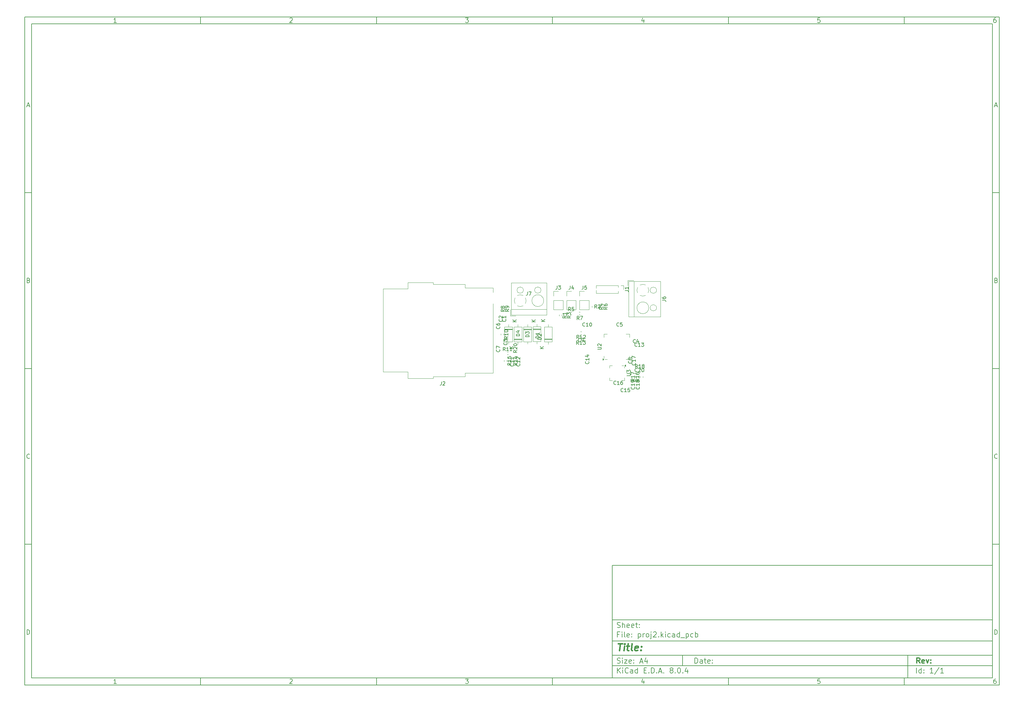
<source format=gbr>
%TF.GenerationSoftware,KiCad,Pcbnew,8.0.4*%
%TF.CreationDate,2024-08-19T20:12:36-04:00*%
%TF.ProjectId,proj2,70726f6a-322e-46b6-9963-61645f706362,rev?*%
%TF.SameCoordinates,Original*%
%TF.FileFunction,Legend,Top*%
%TF.FilePolarity,Positive*%
%FSLAX46Y46*%
G04 Gerber Fmt 4.6, Leading zero omitted, Abs format (unit mm)*
G04 Created by KiCad (PCBNEW 8.0.4) date 2024-08-19 20:12:36*
%MOMM*%
%LPD*%
G01*
G04 APERTURE LIST*
%ADD10C,0.100000*%
%ADD11C,0.150000*%
%ADD12C,0.300000*%
%ADD13C,0.400000*%
%ADD14C,0.120000*%
G04 APERTURE END LIST*
D10*
D11*
X177002200Y-166007200D02*
X285002200Y-166007200D01*
X285002200Y-198007200D01*
X177002200Y-198007200D01*
X177002200Y-166007200D01*
D10*
D11*
X10000000Y-10000000D02*
X287002200Y-10000000D01*
X287002200Y-200007200D01*
X10000000Y-200007200D01*
X10000000Y-10000000D01*
D10*
D11*
X12000000Y-12000000D02*
X285002200Y-12000000D01*
X285002200Y-198007200D01*
X12000000Y-198007200D01*
X12000000Y-12000000D01*
D10*
D11*
X60000000Y-12000000D02*
X60000000Y-10000000D01*
D10*
D11*
X110000000Y-12000000D02*
X110000000Y-10000000D01*
D10*
D11*
X160000000Y-12000000D02*
X160000000Y-10000000D01*
D10*
D11*
X210000000Y-12000000D02*
X210000000Y-10000000D01*
D10*
D11*
X260000000Y-12000000D02*
X260000000Y-10000000D01*
D10*
D11*
X36089160Y-11593604D02*
X35346303Y-11593604D01*
X35717731Y-11593604D02*
X35717731Y-10293604D01*
X35717731Y-10293604D02*
X35593922Y-10479319D01*
X35593922Y-10479319D02*
X35470112Y-10603128D01*
X35470112Y-10603128D02*
X35346303Y-10665033D01*
D10*
D11*
X85346303Y-10417414D02*
X85408207Y-10355509D01*
X85408207Y-10355509D02*
X85532017Y-10293604D01*
X85532017Y-10293604D02*
X85841541Y-10293604D01*
X85841541Y-10293604D02*
X85965350Y-10355509D01*
X85965350Y-10355509D02*
X86027255Y-10417414D01*
X86027255Y-10417414D02*
X86089160Y-10541223D01*
X86089160Y-10541223D02*
X86089160Y-10665033D01*
X86089160Y-10665033D02*
X86027255Y-10850747D01*
X86027255Y-10850747D02*
X85284398Y-11593604D01*
X85284398Y-11593604D02*
X86089160Y-11593604D01*
D10*
D11*
X135284398Y-10293604D02*
X136089160Y-10293604D01*
X136089160Y-10293604D02*
X135655826Y-10788842D01*
X135655826Y-10788842D02*
X135841541Y-10788842D01*
X135841541Y-10788842D02*
X135965350Y-10850747D01*
X135965350Y-10850747D02*
X136027255Y-10912652D01*
X136027255Y-10912652D02*
X136089160Y-11036461D01*
X136089160Y-11036461D02*
X136089160Y-11345985D01*
X136089160Y-11345985D02*
X136027255Y-11469795D01*
X136027255Y-11469795D02*
X135965350Y-11531700D01*
X135965350Y-11531700D02*
X135841541Y-11593604D01*
X135841541Y-11593604D02*
X135470112Y-11593604D01*
X135470112Y-11593604D02*
X135346303Y-11531700D01*
X135346303Y-11531700D02*
X135284398Y-11469795D01*
D10*
D11*
X185965350Y-10726938D02*
X185965350Y-11593604D01*
X185655826Y-10231700D02*
X185346303Y-11160271D01*
X185346303Y-11160271D02*
X186151064Y-11160271D01*
D10*
D11*
X236027255Y-10293604D02*
X235408207Y-10293604D01*
X235408207Y-10293604D02*
X235346303Y-10912652D01*
X235346303Y-10912652D02*
X235408207Y-10850747D01*
X235408207Y-10850747D02*
X235532017Y-10788842D01*
X235532017Y-10788842D02*
X235841541Y-10788842D01*
X235841541Y-10788842D02*
X235965350Y-10850747D01*
X235965350Y-10850747D02*
X236027255Y-10912652D01*
X236027255Y-10912652D02*
X236089160Y-11036461D01*
X236089160Y-11036461D02*
X236089160Y-11345985D01*
X236089160Y-11345985D02*
X236027255Y-11469795D01*
X236027255Y-11469795D02*
X235965350Y-11531700D01*
X235965350Y-11531700D02*
X235841541Y-11593604D01*
X235841541Y-11593604D02*
X235532017Y-11593604D01*
X235532017Y-11593604D02*
X235408207Y-11531700D01*
X235408207Y-11531700D02*
X235346303Y-11469795D01*
D10*
D11*
X285965350Y-10293604D02*
X285717731Y-10293604D01*
X285717731Y-10293604D02*
X285593922Y-10355509D01*
X285593922Y-10355509D02*
X285532017Y-10417414D01*
X285532017Y-10417414D02*
X285408207Y-10603128D01*
X285408207Y-10603128D02*
X285346303Y-10850747D01*
X285346303Y-10850747D02*
X285346303Y-11345985D01*
X285346303Y-11345985D02*
X285408207Y-11469795D01*
X285408207Y-11469795D02*
X285470112Y-11531700D01*
X285470112Y-11531700D02*
X285593922Y-11593604D01*
X285593922Y-11593604D02*
X285841541Y-11593604D01*
X285841541Y-11593604D02*
X285965350Y-11531700D01*
X285965350Y-11531700D02*
X286027255Y-11469795D01*
X286027255Y-11469795D02*
X286089160Y-11345985D01*
X286089160Y-11345985D02*
X286089160Y-11036461D01*
X286089160Y-11036461D02*
X286027255Y-10912652D01*
X286027255Y-10912652D02*
X285965350Y-10850747D01*
X285965350Y-10850747D02*
X285841541Y-10788842D01*
X285841541Y-10788842D02*
X285593922Y-10788842D01*
X285593922Y-10788842D02*
X285470112Y-10850747D01*
X285470112Y-10850747D02*
X285408207Y-10912652D01*
X285408207Y-10912652D02*
X285346303Y-11036461D01*
D10*
D11*
X60000000Y-198007200D02*
X60000000Y-200007200D01*
D10*
D11*
X110000000Y-198007200D02*
X110000000Y-200007200D01*
D10*
D11*
X160000000Y-198007200D02*
X160000000Y-200007200D01*
D10*
D11*
X210000000Y-198007200D02*
X210000000Y-200007200D01*
D10*
D11*
X260000000Y-198007200D02*
X260000000Y-200007200D01*
D10*
D11*
X36089160Y-199600804D02*
X35346303Y-199600804D01*
X35717731Y-199600804D02*
X35717731Y-198300804D01*
X35717731Y-198300804D02*
X35593922Y-198486519D01*
X35593922Y-198486519D02*
X35470112Y-198610328D01*
X35470112Y-198610328D02*
X35346303Y-198672233D01*
D10*
D11*
X85346303Y-198424614D02*
X85408207Y-198362709D01*
X85408207Y-198362709D02*
X85532017Y-198300804D01*
X85532017Y-198300804D02*
X85841541Y-198300804D01*
X85841541Y-198300804D02*
X85965350Y-198362709D01*
X85965350Y-198362709D02*
X86027255Y-198424614D01*
X86027255Y-198424614D02*
X86089160Y-198548423D01*
X86089160Y-198548423D02*
X86089160Y-198672233D01*
X86089160Y-198672233D02*
X86027255Y-198857947D01*
X86027255Y-198857947D02*
X85284398Y-199600804D01*
X85284398Y-199600804D02*
X86089160Y-199600804D01*
D10*
D11*
X135284398Y-198300804D02*
X136089160Y-198300804D01*
X136089160Y-198300804D02*
X135655826Y-198796042D01*
X135655826Y-198796042D02*
X135841541Y-198796042D01*
X135841541Y-198796042D02*
X135965350Y-198857947D01*
X135965350Y-198857947D02*
X136027255Y-198919852D01*
X136027255Y-198919852D02*
X136089160Y-199043661D01*
X136089160Y-199043661D02*
X136089160Y-199353185D01*
X136089160Y-199353185D02*
X136027255Y-199476995D01*
X136027255Y-199476995D02*
X135965350Y-199538900D01*
X135965350Y-199538900D02*
X135841541Y-199600804D01*
X135841541Y-199600804D02*
X135470112Y-199600804D01*
X135470112Y-199600804D02*
X135346303Y-199538900D01*
X135346303Y-199538900D02*
X135284398Y-199476995D01*
D10*
D11*
X185965350Y-198734138D02*
X185965350Y-199600804D01*
X185655826Y-198238900D02*
X185346303Y-199167471D01*
X185346303Y-199167471D02*
X186151064Y-199167471D01*
D10*
D11*
X236027255Y-198300804D02*
X235408207Y-198300804D01*
X235408207Y-198300804D02*
X235346303Y-198919852D01*
X235346303Y-198919852D02*
X235408207Y-198857947D01*
X235408207Y-198857947D02*
X235532017Y-198796042D01*
X235532017Y-198796042D02*
X235841541Y-198796042D01*
X235841541Y-198796042D02*
X235965350Y-198857947D01*
X235965350Y-198857947D02*
X236027255Y-198919852D01*
X236027255Y-198919852D02*
X236089160Y-199043661D01*
X236089160Y-199043661D02*
X236089160Y-199353185D01*
X236089160Y-199353185D02*
X236027255Y-199476995D01*
X236027255Y-199476995D02*
X235965350Y-199538900D01*
X235965350Y-199538900D02*
X235841541Y-199600804D01*
X235841541Y-199600804D02*
X235532017Y-199600804D01*
X235532017Y-199600804D02*
X235408207Y-199538900D01*
X235408207Y-199538900D02*
X235346303Y-199476995D01*
D10*
D11*
X285965350Y-198300804D02*
X285717731Y-198300804D01*
X285717731Y-198300804D02*
X285593922Y-198362709D01*
X285593922Y-198362709D02*
X285532017Y-198424614D01*
X285532017Y-198424614D02*
X285408207Y-198610328D01*
X285408207Y-198610328D02*
X285346303Y-198857947D01*
X285346303Y-198857947D02*
X285346303Y-199353185D01*
X285346303Y-199353185D02*
X285408207Y-199476995D01*
X285408207Y-199476995D02*
X285470112Y-199538900D01*
X285470112Y-199538900D02*
X285593922Y-199600804D01*
X285593922Y-199600804D02*
X285841541Y-199600804D01*
X285841541Y-199600804D02*
X285965350Y-199538900D01*
X285965350Y-199538900D02*
X286027255Y-199476995D01*
X286027255Y-199476995D02*
X286089160Y-199353185D01*
X286089160Y-199353185D02*
X286089160Y-199043661D01*
X286089160Y-199043661D02*
X286027255Y-198919852D01*
X286027255Y-198919852D02*
X285965350Y-198857947D01*
X285965350Y-198857947D02*
X285841541Y-198796042D01*
X285841541Y-198796042D02*
X285593922Y-198796042D01*
X285593922Y-198796042D02*
X285470112Y-198857947D01*
X285470112Y-198857947D02*
X285408207Y-198919852D01*
X285408207Y-198919852D02*
X285346303Y-199043661D01*
D10*
D11*
X10000000Y-60000000D02*
X12000000Y-60000000D01*
D10*
D11*
X10000000Y-110000000D02*
X12000000Y-110000000D01*
D10*
D11*
X10000000Y-160000000D02*
X12000000Y-160000000D01*
D10*
D11*
X10690476Y-35222176D02*
X11309523Y-35222176D01*
X10566666Y-35593604D02*
X10999999Y-34293604D01*
X10999999Y-34293604D02*
X11433333Y-35593604D01*
D10*
D11*
X11092857Y-84912652D02*
X11278571Y-84974557D01*
X11278571Y-84974557D02*
X11340476Y-85036461D01*
X11340476Y-85036461D02*
X11402380Y-85160271D01*
X11402380Y-85160271D02*
X11402380Y-85345985D01*
X11402380Y-85345985D02*
X11340476Y-85469795D01*
X11340476Y-85469795D02*
X11278571Y-85531700D01*
X11278571Y-85531700D02*
X11154761Y-85593604D01*
X11154761Y-85593604D02*
X10659523Y-85593604D01*
X10659523Y-85593604D02*
X10659523Y-84293604D01*
X10659523Y-84293604D02*
X11092857Y-84293604D01*
X11092857Y-84293604D02*
X11216666Y-84355509D01*
X11216666Y-84355509D02*
X11278571Y-84417414D01*
X11278571Y-84417414D02*
X11340476Y-84541223D01*
X11340476Y-84541223D02*
X11340476Y-84665033D01*
X11340476Y-84665033D02*
X11278571Y-84788842D01*
X11278571Y-84788842D02*
X11216666Y-84850747D01*
X11216666Y-84850747D02*
X11092857Y-84912652D01*
X11092857Y-84912652D02*
X10659523Y-84912652D01*
D10*
D11*
X11402380Y-135469795D02*
X11340476Y-135531700D01*
X11340476Y-135531700D02*
X11154761Y-135593604D01*
X11154761Y-135593604D02*
X11030952Y-135593604D01*
X11030952Y-135593604D02*
X10845238Y-135531700D01*
X10845238Y-135531700D02*
X10721428Y-135407890D01*
X10721428Y-135407890D02*
X10659523Y-135284080D01*
X10659523Y-135284080D02*
X10597619Y-135036461D01*
X10597619Y-135036461D02*
X10597619Y-134850747D01*
X10597619Y-134850747D02*
X10659523Y-134603128D01*
X10659523Y-134603128D02*
X10721428Y-134479319D01*
X10721428Y-134479319D02*
X10845238Y-134355509D01*
X10845238Y-134355509D02*
X11030952Y-134293604D01*
X11030952Y-134293604D02*
X11154761Y-134293604D01*
X11154761Y-134293604D02*
X11340476Y-134355509D01*
X11340476Y-134355509D02*
X11402380Y-134417414D01*
D10*
D11*
X10659523Y-185593604D02*
X10659523Y-184293604D01*
X10659523Y-184293604D02*
X10969047Y-184293604D01*
X10969047Y-184293604D02*
X11154761Y-184355509D01*
X11154761Y-184355509D02*
X11278571Y-184479319D01*
X11278571Y-184479319D02*
X11340476Y-184603128D01*
X11340476Y-184603128D02*
X11402380Y-184850747D01*
X11402380Y-184850747D02*
X11402380Y-185036461D01*
X11402380Y-185036461D02*
X11340476Y-185284080D01*
X11340476Y-185284080D02*
X11278571Y-185407890D01*
X11278571Y-185407890D02*
X11154761Y-185531700D01*
X11154761Y-185531700D02*
X10969047Y-185593604D01*
X10969047Y-185593604D02*
X10659523Y-185593604D01*
D10*
D11*
X287002200Y-60000000D02*
X285002200Y-60000000D01*
D10*
D11*
X287002200Y-110000000D02*
X285002200Y-110000000D01*
D10*
D11*
X287002200Y-160000000D02*
X285002200Y-160000000D01*
D10*
D11*
X285692676Y-35222176D02*
X286311723Y-35222176D01*
X285568866Y-35593604D02*
X286002199Y-34293604D01*
X286002199Y-34293604D02*
X286435533Y-35593604D01*
D10*
D11*
X286095057Y-84912652D02*
X286280771Y-84974557D01*
X286280771Y-84974557D02*
X286342676Y-85036461D01*
X286342676Y-85036461D02*
X286404580Y-85160271D01*
X286404580Y-85160271D02*
X286404580Y-85345985D01*
X286404580Y-85345985D02*
X286342676Y-85469795D01*
X286342676Y-85469795D02*
X286280771Y-85531700D01*
X286280771Y-85531700D02*
X286156961Y-85593604D01*
X286156961Y-85593604D02*
X285661723Y-85593604D01*
X285661723Y-85593604D02*
X285661723Y-84293604D01*
X285661723Y-84293604D02*
X286095057Y-84293604D01*
X286095057Y-84293604D02*
X286218866Y-84355509D01*
X286218866Y-84355509D02*
X286280771Y-84417414D01*
X286280771Y-84417414D02*
X286342676Y-84541223D01*
X286342676Y-84541223D02*
X286342676Y-84665033D01*
X286342676Y-84665033D02*
X286280771Y-84788842D01*
X286280771Y-84788842D02*
X286218866Y-84850747D01*
X286218866Y-84850747D02*
X286095057Y-84912652D01*
X286095057Y-84912652D02*
X285661723Y-84912652D01*
D10*
D11*
X286404580Y-135469795D02*
X286342676Y-135531700D01*
X286342676Y-135531700D02*
X286156961Y-135593604D01*
X286156961Y-135593604D02*
X286033152Y-135593604D01*
X286033152Y-135593604D02*
X285847438Y-135531700D01*
X285847438Y-135531700D02*
X285723628Y-135407890D01*
X285723628Y-135407890D02*
X285661723Y-135284080D01*
X285661723Y-135284080D02*
X285599819Y-135036461D01*
X285599819Y-135036461D02*
X285599819Y-134850747D01*
X285599819Y-134850747D02*
X285661723Y-134603128D01*
X285661723Y-134603128D02*
X285723628Y-134479319D01*
X285723628Y-134479319D02*
X285847438Y-134355509D01*
X285847438Y-134355509D02*
X286033152Y-134293604D01*
X286033152Y-134293604D02*
X286156961Y-134293604D01*
X286156961Y-134293604D02*
X286342676Y-134355509D01*
X286342676Y-134355509D02*
X286404580Y-134417414D01*
D10*
D11*
X285661723Y-185593604D02*
X285661723Y-184293604D01*
X285661723Y-184293604D02*
X285971247Y-184293604D01*
X285971247Y-184293604D02*
X286156961Y-184355509D01*
X286156961Y-184355509D02*
X286280771Y-184479319D01*
X286280771Y-184479319D02*
X286342676Y-184603128D01*
X286342676Y-184603128D02*
X286404580Y-184850747D01*
X286404580Y-184850747D02*
X286404580Y-185036461D01*
X286404580Y-185036461D02*
X286342676Y-185284080D01*
X286342676Y-185284080D02*
X286280771Y-185407890D01*
X286280771Y-185407890D02*
X286156961Y-185531700D01*
X286156961Y-185531700D02*
X285971247Y-185593604D01*
X285971247Y-185593604D02*
X285661723Y-185593604D01*
D10*
D11*
X200458026Y-193793328D02*
X200458026Y-192293328D01*
X200458026Y-192293328D02*
X200815169Y-192293328D01*
X200815169Y-192293328D02*
X201029455Y-192364757D01*
X201029455Y-192364757D02*
X201172312Y-192507614D01*
X201172312Y-192507614D02*
X201243741Y-192650471D01*
X201243741Y-192650471D02*
X201315169Y-192936185D01*
X201315169Y-192936185D02*
X201315169Y-193150471D01*
X201315169Y-193150471D02*
X201243741Y-193436185D01*
X201243741Y-193436185D02*
X201172312Y-193579042D01*
X201172312Y-193579042D02*
X201029455Y-193721900D01*
X201029455Y-193721900D02*
X200815169Y-193793328D01*
X200815169Y-193793328D02*
X200458026Y-193793328D01*
X202600884Y-193793328D02*
X202600884Y-193007614D01*
X202600884Y-193007614D02*
X202529455Y-192864757D01*
X202529455Y-192864757D02*
X202386598Y-192793328D01*
X202386598Y-192793328D02*
X202100884Y-192793328D01*
X202100884Y-192793328D02*
X201958026Y-192864757D01*
X202600884Y-193721900D02*
X202458026Y-193793328D01*
X202458026Y-193793328D02*
X202100884Y-193793328D01*
X202100884Y-193793328D02*
X201958026Y-193721900D01*
X201958026Y-193721900D02*
X201886598Y-193579042D01*
X201886598Y-193579042D02*
X201886598Y-193436185D01*
X201886598Y-193436185D02*
X201958026Y-193293328D01*
X201958026Y-193293328D02*
X202100884Y-193221900D01*
X202100884Y-193221900D02*
X202458026Y-193221900D01*
X202458026Y-193221900D02*
X202600884Y-193150471D01*
X203100884Y-192793328D02*
X203672312Y-192793328D01*
X203315169Y-192293328D02*
X203315169Y-193579042D01*
X203315169Y-193579042D02*
X203386598Y-193721900D01*
X203386598Y-193721900D02*
X203529455Y-193793328D01*
X203529455Y-193793328D02*
X203672312Y-193793328D01*
X204743741Y-193721900D02*
X204600884Y-193793328D01*
X204600884Y-193793328D02*
X204315170Y-193793328D01*
X204315170Y-193793328D02*
X204172312Y-193721900D01*
X204172312Y-193721900D02*
X204100884Y-193579042D01*
X204100884Y-193579042D02*
X204100884Y-193007614D01*
X204100884Y-193007614D02*
X204172312Y-192864757D01*
X204172312Y-192864757D02*
X204315170Y-192793328D01*
X204315170Y-192793328D02*
X204600884Y-192793328D01*
X204600884Y-192793328D02*
X204743741Y-192864757D01*
X204743741Y-192864757D02*
X204815170Y-193007614D01*
X204815170Y-193007614D02*
X204815170Y-193150471D01*
X204815170Y-193150471D02*
X204100884Y-193293328D01*
X205458026Y-193650471D02*
X205529455Y-193721900D01*
X205529455Y-193721900D02*
X205458026Y-193793328D01*
X205458026Y-193793328D02*
X205386598Y-193721900D01*
X205386598Y-193721900D02*
X205458026Y-193650471D01*
X205458026Y-193650471D02*
X205458026Y-193793328D01*
X205458026Y-192864757D02*
X205529455Y-192936185D01*
X205529455Y-192936185D02*
X205458026Y-193007614D01*
X205458026Y-193007614D02*
X205386598Y-192936185D01*
X205386598Y-192936185D02*
X205458026Y-192864757D01*
X205458026Y-192864757D02*
X205458026Y-193007614D01*
D10*
D11*
X177002200Y-194507200D02*
X285002200Y-194507200D01*
D10*
D11*
X178458026Y-196593328D02*
X178458026Y-195093328D01*
X179315169Y-196593328D02*
X178672312Y-195736185D01*
X179315169Y-195093328D02*
X178458026Y-195950471D01*
X179958026Y-196593328D02*
X179958026Y-195593328D01*
X179958026Y-195093328D02*
X179886598Y-195164757D01*
X179886598Y-195164757D02*
X179958026Y-195236185D01*
X179958026Y-195236185D02*
X180029455Y-195164757D01*
X180029455Y-195164757D02*
X179958026Y-195093328D01*
X179958026Y-195093328D02*
X179958026Y-195236185D01*
X181529455Y-196450471D02*
X181458027Y-196521900D01*
X181458027Y-196521900D02*
X181243741Y-196593328D01*
X181243741Y-196593328D02*
X181100884Y-196593328D01*
X181100884Y-196593328D02*
X180886598Y-196521900D01*
X180886598Y-196521900D02*
X180743741Y-196379042D01*
X180743741Y-196379042D02*
X180672312Y-196236185D01*
X180672312Y-196236185D02*
X180600884Y-195950471D01*
X180600884Y-195950471D02*
X180600884Y-195736185D01*
X180600884Y-195736185D02*
X180672312Y-195450471D01*
X180672312Y-195450471D02*
X180743741Y-195307614D01*
X180743741Y-195307614D02*
X180886598Y-195164757D01*
X180886598Y-195164757D02*
X181100884Y-195093328D01*
X181100884Y-195093328D02*
X181243741Y-195093328D01*
X181243741Y-195093328D02*
X181458027Y-195164757D01*
X181458027Y-195164757D02*
X181529455Y-195236185D01*
X182815170Y-196593328D02*
X182815170Y-195807614D01*
X182815170Y-195807614D02*
X182743741Y-195664757D01*
X182743741Y-195664757D02*
X182600884Y-195593328D01*
X182600884Y-195593328D02*
X182315170Y-195593328D01*
X182315170Y-195593328D02*
X182172312Y-195664757D01*
X182815170Y-196521900D02*
X182672312Y-196593328D01*
X182672312Y-196593328D02*
X182315170Y-196593328D01*
X182315170Y-196593328D02*
X182172312Y-196521900D01*
X182172312Y-196521900D02*
X182100884Y-196379042D01*
X182100884Y-196379042D02*
X182100884Y-196236185D01*
X182100884Y-196236185D02*
X182172312Y-196093328D01*
X182172312Y-196093328D02*
X182315170Y-196021900D01*
X182315170Y-196021900D02*
X182672312Y-196021900D01*
X182672312Y-196021900D02*
X182815170Y-195950471D01*
X184172313Y-196593328D02*
X184172313Y-195093328D01*
X184172313Y-196521900D02*
X184029455Y-196593328D01*
X184029455Y-196593328D02*
X183743741Y-196593328D01*
X183743741Y-196593328D02*
X183600884Y-196521900D01*
X183600884Y-196521900D02*
X183529455Y-196450471D01*
X183529455Y-196450471D02*
X183458027Y-196307614D01*
X183458027Y-196307614D02*
X183458027Y-195879042D01*
X183458027Y-195879042D02*
X183529455Y-195736185D01*
X183529455Y-195736185D02*
X183600884Y-195664757D01*
X183600884Y-195664757D02*
X183743741Y-195593328D01*
X183743741Y-195593328D02*
X184029455Y-195593328D01*
X184029455Y-195593328D02*
X184172313Y-195664757D01*
X186029455Y-195807614D02*
X186529455Y-195807614D01*
X186743741Y-196593328D02*
X186029455Y-196593328D01*
X186029455Y-196593328D02*
X186029455Y-195093328D01*
X186029455Y-195093328D02*
X186743741Y-195093328D01*
X187386598Y-196450471D02*
X187458027Y-196521900D01*
X187458027Y-196521900D02*
X187386598Y-196593328D01*
X187386598Y-196593328D02*
X187315170Y-196521900D01*
X187315170Y-196521900D02*
X187386598Y-196450471D01*
X187386598Y-196450471D02*
X187386598Y-196593328D01*
X188100884Y-196593328D02*
X188100884Y-195093328D01*
X188100884Y-195093328D02*
X188458027Y-195093328D01*
X188458027Y-195093328D02*
X188672313Y-195164757D01*
X188672313Y-195164757D02*
X188815170Y-195307614D01*
X188815170Y-195307614D02*
X188886599Y-195450471D01*
X188886599Y-195450471D02*
X188958027Y-195736185D01*
X188958027Y-195736185D02*
X188958027Y-195950471D01*
X188958027Y-195950471D02*
X188886599Y-196236185D01*
X188886599Y-196236185D02*
X188815170Y-196379042D01*
X188815170Y-196379042D02*
X188672313Y-196521900D01*
X188672313Y-196521900D02*
X188458027Y-196593328D01*
X188458027Y-196593328D02*
X188100884Y-196593328D01*
X189600884Y-196450471D02*
X189672313Y-196521900D01*
X189672313Y-196521900D02*
X189600884Y-196593328D01*
X189600884Y-196593328D02*
X189529456Y-196521900D01*
X189529456Y-196521900D02*
X189600884Y-196450471D01*
X189600884Y-196450471D02*
X189600884Y-196593328D01*
X190243742Y-196164757D02*
X190958028Y-196164757D01*
X190100885Y-196593328D02*
X190600885Y-195093328D01*
X190600885Y-195093328D02*
X191100885Y-196593328D01*
X191600884Y-196450471D02*
X191672313Y-196521900D01*
X191672313Y-196521900D02*
X191600884Y-196593328D01*
X191600884Y-196593328D02*
X191529456Y-196521900D01*
X191529456Y-196521900D02*
X191600884Y-196450471D01*
X191600884Y-196450471D02*
X191600884Y-196593328D01*
X193672313Y-195736185D02*
X193529456Y-195664757D01*
X193529456Y-195664757D02*
X193458027Y-195593328D01*
X193458027Y-195593328D02*
X193386599Y-195450471D01*
X193386599Y-195450471D02*
X193386599Y-195379042D01*
X193386599Y-195379042D02*
X193458027Y-195236185D01*
X193458027Y-195236185D02*
X193529456Y-195164757D01*
X193529456Y-195164757D02*
X193672313Y-195093328D01*
X193672313Y-195093328D02*
X193958027Y-195093328D01*
X193958027Y-195093328D02*
X194100885Y-195164757D01*
X194100885Y-195164757D02*
X194172313Y-195236185D01*
X194172313Y-195236185D02*
X194243742Y-195379042D01*
X194243742Y-195379042D02*
X194243742Y-195450471D01*
X194243742Y-195450471D02*
X194172313Y-195593328D01*
X194172313Y-195593328D02*
X194100885Y-195664757D01*
X194100885Y-195664757D02*
X193958027Y-195736185D01*
X193958027Y-195736185D02*
X193672313Y-195736185D01*
X193672313Y-195736185D02*
X193529456Y-195807614D01*
X193529456Y-195807614D02*
X193458027Y-195879042D01*
X193458027Y-195879042D02*
X193386599Y-196021900D01*
X193386599Y-196021900D02*
X193386599Y-196307614D01*
X193386599Y-196307614D02*
X193458027Y-196450471D01*
X193458027Y-196450471D02*
X193529456Y-196521900D01*
X193529456Y-196521900D02*
X193672313Y-196593328D01*
X193672313Y-196593328D02*
X193958027Y-196593328D01*
X193958027Y-196593328D02*
X194100885Y-196521900D01*
X194100885Y-196521900D02*
X194172313Y-196450471D01*
X194172313Y-196450471D02*
X194243742Y-196307614D01*
X194243742Y-196307614D02*
X194243742Y-196021900D01*
X194243742Y-196021900D02*
X194172313Y-195879042D01*
X194172313Y-195879042D02*
X194100885Y-195807614D01*
X194100885Y-195807614D02*
X193958027Y-195736185D01*
X194886598Y-196450471D02*
X194958027Y-196521900D01*
X194958027Y-196521900D02*
X194886598Y-196593328D01*
X194886598Y-196593328D02*
X194815170Y-196521900D01*
X194815170Y-196521900D02*
X194886598Y-196450471D01*
X194886598Y-196450471D02*
X194886598Y-196593328D01*
X195886599Y-195093328D02*
X196029456Y-195093328D01*
X196029456Y-195093328D02*
X196172313Y-195164757D01*
X196172313Y-195164757D02*
X196243742Y-195236185D01*
X196243742Y-195236185D02*
X196315170Y-195379042D01*
X196315170Y-195379042D02*
X196386599Y-195664757D01*
X196386599Y-195664757D02*
X196386599Y-196021900D01*
X196386599Y-196021900D02*
X196315170Y-196307614D01*
X196315170Y-196307614D02*
X196243742Y-196450471D01*
X196243742Y-196450471D02*
X196172313Y-196521900D01*
X196172313Y-196521900D02*
X196029456Y-196593328D01*
X196029456Y-196593328D02*
X195886599Y-196593328D01*
X195886599Y-196593328D02*
X195743742Y-196521900D01*
X195743742Y-196521900D02*
X195672313Y-196450471D01*
X195672313Y-196450471D02*
X195600884Y-196307614D01*
X195600884Y-196307614D02*
X195529456Y-196021900D01*
X195529456Y-196021900D02*
X195529456Y-195664757D01*
X195529456Y-195664757D02*
X195600884Y-195379042D01*
X195600884Y-195379042D02*
X195672313Y-195236185D01*
X195672313Y-195236185D02*
X195743742Y-195164757D01*
X195743742Y-195164757D02*
X195886599Y-195093328D01*
X197029455Y-196450471D02*
X197100884Y-196521900D01*
X197100884Y-196521900D02*
X197029455Y-196593328D01*
X197029455Y-196593328D02*
X196958027Y-196521900D01*
X196958027Y-196521900D02*
X197029455Y-196450471D01*
X197029455Y-196450471D02*
X197029455Y-196593328D01*
X198386599Y-195593328D02*
X198386599Y-196593328D01*
X198029456Y-195021900D02*
X197672313Y-196093328D01*
X197672313Y-196093328D02*
X198600884Y-196093328D01*
D10*
D11*
X177002200Y-191507200D02*
X285002200Y-191507200D01*
D10*
D12*
X264413853Y-193785528D02*
X263913853Y-193071242D01*
X263556710Y-193785528D02*
X263556710Y-192285528D01*
X263556710Y-192285528D02*
X264128139Y-192285528D01*
X264128139Y-192285528D02*
X264270996Y-192356957D01*
X264270996Y-192356957D02*
X264342425Y-192428385D01*
X264342425Y-192428385D02*
X264413853Y-192571242D01*
X264413853Y-192571242D02*
X264413853Y-192785528D01*
X264413853Y-192785528D02*
X264342425Y-192928385D01*
X264342425Y-192928385D02*
X264270996Y-192999814D01*
X264270996Y-192999814D02*
X264128139Y-193071242D01*
X264128139Y-193071242D02*
X263556710Y-193071242D01*
X265628139Y-193714100D02*
X265485282Y-193785528D01*
X265485282Y-193785528D02*
X265199568Y-193785528D01*
X265199568Y-193785528D02*
X265056710Y-193714100D01*
X265056710Y-193714100D02*
X264985282Y-193571242D01*
X264985282Y-193571242D02*
X264985282Y-192999814D01*
X264985282Y-192999814D02*
X265056710Y-192856957D01*
X265056710Y-192856957D02*
X265199568Y-192785528D01*
X265199568Y-192785528D02*
X265485282Y-192785528D01*
X265485282Y-192785528D02*
X265628139Y-192856957D01*
X265628139Y-192856957D02*
X265699568Y-192999814D01*
X265699568Y-192999814D02*
X265699568Y-193142671D01*
X265699568Y-193142671D02*
X264985282Y-193285528D01*
X266199567Y-192785528D02*
X266556710Y-193785528D01*
X266556710Y-193785528D02*
X266913853Y-192785528D01*
X267485281Y-193642671D02*
X267556710Y-193714100D01*
X267556710Y-193714100D02*
X267485281Y-193785528D01*
X267485281Y-193785528D02*
X267413853Y-193714100D01*
X267413853Y-193714100D02*
X267485281Y-193642671D01*
X267485281Y-193642671D02*
X267485281Y-193785528D01*
X267485281Y-192856957D02*
X267556710Y-192928385D01*
X267556710Y-192928385D02*
X267485281Y-192999814D01*
X267485281Y-192999814D02*
X267413853Y-192928385D01*
X267413853Y-192928385D02*
X267485281Y-192856957D01*
X267485281Y-192856957D02*
X267485281Y-192999814D01*
D10*
D11*
X178386598Y-193721900D02*
X178600884Y-193793328D01*
X178600884Y-193793328D02*
X178958026Y-193793328D01*
X178958026Y-193793328D02*
X179100884Y-193721900D01*
X179100884Y-193721900D02*
X179172312Y-193650471D01*
X179172312Y-193650471D02*
X179243741Y-193507614D01*
X179243741Y-193507614D02*
X179243741Y-193364757D01*
X179243741Y-193364757D02*
X179172312Y-193221900D01*
X179172312Y-193221900D02*
X179100884Y-193150471D01*
X179100884Y-193150471D02*
X178958026Y-193079042D01*
X178958026Y-193079042D02*
X178672312Y-193007614D01*
X178672312Y-193007614D02*
X178529455Y-192936185D01*
X178529455Y-192936185D02*
X178458026Y-192864757D01*
X178458026Y-192864757D02*
X178386598Y-192721900D01*
X178386598Y-192721900D02*
X178386598Y-192579042D01*
X178386598Y-192579042D02*
X178458026Y-192436185D01*
X178458026Y-192436185D02*
X178529455Y-192364757D01*
X178529455Y-192364757D02*
X178672312Y-192293328D01*
X178672312Y-192293328D02*
X179029455Y-192293328D01*
X179029455Y-192293328D02*
X179243741Y-192364757D01*
X179886597Y-193793328D02*
X179886597Y-192793328D01*
X179886597Y-192293328D02*
X179815169Y-192364757D01*
X179815169Y-192364757D02*
X179886597Y-192436185D01*
X179886597Y-192436185D02*
X179958026Y-192364757D01*
X179958026Y-192364757D02*
X179886597Y-192293328D01*
X179886597Y-192293328D02*
X179886597Y-192436185D01*
X180458026Y-192793328D02*
X181243741Y-192793328D01*
X181243741Y-192793328D02*
X180458026Y-193793328D01*
X180458026Y-193793328D02*
X181243741Y-193793328D01*
X182386598Y-193721900D02*
X182243741Y-193793328D01*
X182243741Y-193793328D02*
X181958027Y-193793328D01*
X181958027Y-193793328D02*
X181815169Y-193721900D01*
X181815169Y-193721900D02*
X181743741Y-193579042D01*
X181743741Y-193579042D02*
X181743741Y-193007614D01*
X181743741Y-193007614D02*
X181815169Y-192864757D01*
X181815169Y-192864757D02*
X181958027Y-192793328D01*
X181958027Y-192793328D02*
X182243741Y-192793328D01*
X182243741Y-192793328D02*
X182386598Y-192864757D01*
X182386598Y-192864757D02*
X182458027Y-193007614D01*
X182458027Y-193007614D02*
X182458027Y-193150471D01*
X182458027Y-193150471D02*
X181743741Y-193293328D01*
X183100883Y-193650471D02*
X183172312Y-193721900D01*
X183172312Y-193721900D02*
X183100883Y-193793328D01*
X183100883Y-193793328D02*
X183029455Y-193721900D01*
X183029455Y-193721900D02*
X183100883Y-193650471D01*
X183100883Y-193650471D02*
X183100883Y-193793328D01*
X183100883Y-192864757D02*
X183172312Y-192936185D01*
X183172312Y-192936185D02*
X183100883Y-193007614D01*
X183100883Y-193007614D02*
X183029455Y-192936185D01*
X183029455Y-192936185D02*
X183100883Y-192864757D01*
X183100883Y-192864757D02*
X183100883Y-193007614D01*
X184886598Y-193364757D02*
X185600884Y-193364757D01*
X184743741Y-193793328D02*
X185243741Y-192293328D01*
X185243741Y-192293328D02*
X185743741Y-193793328D01*
X186886598Y-192793328D02*
X186886598Y-193793328D01*
X186529455Y-192221900D02*
X186172312Y-193293328D01*
X186172312Y-193293328D02*
X187100883Y-193293328D01*
D10*
D11*
X263458026Y-196593328D02*
X263458026Y-195093328D01*
X264815170Y-196593328D02*
X264815170Y-195093328D01*
X264815170Y-196521900D02*
X264672312Y-196593328D01*
X264672312Y-196593328D02*
X264386598Y-196593328D01*
X264386598Y-196593328D02*
X264243741Y-196521900D01*
X264243741Y-196521900D02*
X264172312Y-196450471D01*
X264172312Y-196450471D02*
X264100884Y-196307614D01*
X264100884Y-196307614D02*
X264100884Y-195879042D01*
X264100884Y-195879042D02*
X264172312Y-195736185D01*
X264172312Y-195736185D02*
X264243741Y-195664757D01*
X264243741Y-195664757D02*
X264386598Y-195593328D01*
X264386598Y-195593328D02*
X264672312Y-195593328D01*
X264672312Y-195593328D02*
X264815170Y-195664757D01*
X265529455Y-196450471D02*
X265600884Y-196521900D01*
X265600884Y-196521900D02*
X265529455Y-196593328D01*
X265529455Y-196593328D02*
X265458027Y-196521900D01*
X265458027Y-196521900D02*
X265529455Y-196450471D01*
X265529455Y-196450471D02*
X265529455Y-196593328D01*
X265529455Y-195664757D02*
X265600884Y-195736185D01*
X265600884Y-195736185D02*
X265529455Y-195807614D01*
X265529455Y-195807614D02*
X265458027Y-195736185D01*
X265458027Y-195736185D02*
X265529455Y-195664757D01*
X265529455Y-195664757D02*
X265529455Y-195807614D01*
X268172313Y-196593328D02*
X267315170Y-196593328D01*
X267743741Y-196593328D02*
X267743741Y-195093328D01*
X267743741Y-195093328D02*
X267600884Y-195307614D01*
X267600884Y-195307614D02*
X267458027Y-195450471D01*
X267458027Y-195450471D02*
X267315170Y-195521900D01*
X269886598Y-195021900D02*
X268600884Y-196950471D01*
X271172313Y-196593328D02*
X270315170Y-196593328D01*
X270743741Y-196593328D02*
X270743741Y-195093328D01*
X270743741Y-195093328D02*
X270600884Y-195307614D01*
X270600884Y-195307614D02*
X270458027Y-195450471D01*
X270458027Y-195450471D02*
X270315170Y-195521900D01*
D10*
D11*
X177002200Y-187507200D02*
X285002200Y-187507200D01*
D10*
D13*
X178693928Y-188211638D02*
X179836785Y-188211638D01*
X179015357Y-190211638D02*
X179265357Y-188211638D01*
X180253452Y-190211638D02*
X180420119Y-188878304D01*
X180503452Y-188211638D02*
X180396309Y-188306876D01*
X180396309Y-188306876D02*
X180479643Y-188402114D01*
X180479643Y-188402114D02*
X180586786Y-188306876D01*
X180586786Y-188306876D02*
X180503452Y-188211638D01*
X180503452Y-188211638D02*
X180479643Y-188402114D01*
X181086786Y-188878304D02*
X181848690Y-188878304D01*
X181455833Y-188211638D02*
X181241548Y-189925923D01*
X181241548Y-189925923D02*
X181312976Y-190116400D01*
X181312976Y-190116400D02*
X181491548Y-190211638D01*
X181491548Y-190211638D02*
X181682024Y-190211638D01*
X182634405Y-190211638D02*
X182455833Y-190116400D01*
X182455833Y-190116400D02*
X182384405Y-189925923D01*
X182384405Y-189925923D02*
X182598690Y-188211638D01*
X184170119Y-190116400D02*
X183967738Y-190211638D01*
X183967738Y-190211638D02*
X183586785Y-190211638D01*
X183586785Y-190211638D02*
X183408214Y-190116400D01*
X183408214Y-190116400D02*
X183336785Y-189925923D01*
X183336785Y-189925923D02*
X183432024Y-189164019D01*
X183432024Y-189164019D02*
X183551071Y-188973542D01*
X183551071Y-188973542D02*
X183753452Y-188878304D01*
X183753452Y-188878304D02*
X184134404Y-188878304D01*
X184134404Y-188878304D02*
X184312976Y-188973542D01*
X184312976Y-188973542D02*
X184384404Y-189164019D01*
X184384404Y-189164019D02*
X184360595Y-189354495D01*
X184360595Y-189354495D02*
X183384404Y-189544971D01*
X185134405Y-190021161D02*
X185217738Y-190116400D01*
X185217738Y-190116400D02*
X185110595Y-190211638D01*
X185110595Y-190211638D02*
X185027262Y-190116400D01*
X185027262Y-190116400D02*
X185134405Y-190021161D01*
X185134405Y-190021161D02*
X185110595Y-190211638D01*
X185265357Y-188973542D02*
X185348690Y-189068780D01*
X185348690Y-189068780D02*
X185241548Y-189164019D01*
X185241548Y-189164019D02*
X185158214Y-189068780D01*
X185158214Y-189068780D02*
X185265357Y-188973542D01*
X185265357Y-188973542D02*
X185241548Y-189164019D01*
D10*
D11*
X178958026Y-185607614D02*
X178458026Y-185607614D01*
X178458026Y-186393328D02*
X178458026Y-184893328D01*
X178458026Y-184893328D02*
X179172312Y-184893328D01*
X179743740Y-186393328D02*
X179743740Y-185393328D01*
X179743740Y-184893328D02*
X179672312Y-184964757D01*
X179672312Y-184964757D02*
X179743740Y-185036185D01*
X179743740Y-185036185D02*
X179815169Y-184964757D01*
X179815169Y-184964757D02*
X179743740Y-184893328D01*
X179743740Y-184893328D02*
X179743740Y-185036185D01*
X180672312Y-186393328D02*
X180529455Y-186321900D01*
X180529455Y-186321900D02*
X180458026Y-186179042D01*
X180458026Y-186179042D02*
X180458026Y-184893328D01*
X181815169Y-186321900D02*
X181672312Y-186393328D01*
X181672312Y-186393328D02*
X181386598Y-186393328D01*
X181386598Y-186393328D02*
X181243740Y-186321900D01*
X181243740Y-186321900D02*
X181172312Y-186179042D01*
X181172312Y-186179042D02*
X181172312Y-185607614D01*
X181172312Y-185607614D02*
X181243740Y-185464757D01*
X181243740Y-185464757D02*
X181386598Y-185393328D01*
X181386598Y-185393328D02*
X181672312Y-185393328D01*
X181672312Y-185393328D02*
X181815169Y-185464757D01*
X181815169Y-185464757D02*
X181886598Y-185607614D01*
X181886598Y-185607614D02*
X181886598Y-185750471D01*
X181886598Y-185750471D02*
X181172312Y-185893328D01*
X182529454Y-186250471D02*
X182600883Y-186321900D01*
X182600883Y-186321900D02*
X182529454Y-186393328D01*
X182529454Y-186393328D02*
X182458026Y-186321900D01*
X182458026Y-186321900D02*
X182529454Y-186250471D01*
X182529454Y-186250471D02*
X182529454Y-186393328D01*
X182529454Y-185464757D02*
X182600883Y-185536185D01*
X182600883Y-185536185D02*
X182529454Y-185607614D01*
X182529454Y-185607614D02*
X182458026Y-185536185D01*
X182458026Y-185536185D02*
X182529454Y-185464757D01*
X182529454Y-185464757D02*
X182529454Y-185607614D01*
X184386597Y-185393328D02*
X184386597Y-186893328D01*
X184386597Y-185464757D02*
X184529455Y-185393328D01*
X184529455Y-185393328D02*
X184815169Y-185393328D01*
X184815169Y-185393328D02*
X184958026Y-185464757D01*
X184958026Y-185464757D02*
X185029455Y-185536185D01*
X185029455Y-185536185D02*
X185100883Y-185679042D01*
X185100883Y-185679042D02*
X185100883Y-186107614D01*
X185100883Y-186107614D02*
X185029455Y-186250471D01*
X185029455Y-186250471D02*
X184958026Y-186321900D01*
X184958026Y-186321900D02*
X184815169Y-186393328D01*
X184815169Y-186393328D02*
X184529455Y-186393328D01*
X184529455Y-186393328D02*
X184386597Y-186321900D01*
X185743740Y-186393328D02*
X185743740Y-185393328D01*
X185743740Y-185679042D02*
X185815169Y-185536185D01*
X185815169Y-185536185D02*
X185886598Y-185464757D01*
X185886598Y-185464757D02*
X186029455Y-185393328D01*
X186029455Y-185393328D02*
X186172312Y-185393328D01*
X186886597Y-186393328D02*
X186743740Y-186321900D01*
X186743740Y-186321900D02*
X186672311Y-186250471D01*
X186672311Y-186250471D02*
X186600883Y-186107614D01*
X186600883Y-186107614D02*
X186600883Y-185679042D01*
X186600883Y-185679042D02*
X186672311Y-185536185D01*
X186672311Y-185536185D02*
X186743740Y-185464757D01*
X186743740Y-185464757D02*
X186886597Y-185393328D01*
X186886597Y-185393328D02*
X187100883Y-185393328D01*
X187100883Y-185393328D02*
X187243740Y-185464757D01*
X187243740Y-185464757D02*
X187315169Y-185536185D01*
X187315169Y-185536185D02*
X187386597Y-185679042D01*
X187386597Y-185679042D02*
X187386597Y-186107614D01*
X187386597Y-186107614D02*
X187315169Y-186250471D01*
X187315169Y-186250471D02*
X187243740Y-186321900D01*
X187243740Y-186321900D02*
X187100883Y-186393328D01*
X187100883Y-186393328D02*
X186886597Y-186393328D01*
X188029454Y-185393328D02*
X188029454Y-186679042D01*
X188029454Y-186679042D02*
X187958026Y-186821900D01*
X187958026Y-186821900D02*
X187815169Y-186893328D01*
X187815169Y-186893328D02*
X187743740Y-186893328D01*
X188029454Y-184893328D02*
X187958026Y-184964757D01*
X187958026Y-184964757D02*
X188029454Y-185036185D01*
X188029454Y-185036185D02*
X188100883Y-184964757D01*
X188100883Y-184964757D02*
X188029454Y-184893328D01*
X188029454Y-184893328D02*
X188029454Y-185036185D01*
X188672312Y-185036185D02*
X188743740Y-184964757D01*
X188743740Y-184964757D02*
X188886598Y-184893328D01*
X188886598Y-184893328D02*
X189243740Y-184893328D01*
X189243740Y-184893328D02*
X189386598Y-184964757D01*
X189386598Y-184964757D02*
X189458026Y-185036185D01*
X189458026Y-185036185D02*
X189529455Y-185179042D01*
X189529455Y-185179042D02*
X189529455Y-185321900D01*
X189529455Y-185321900D02*
X189458026Y-185536185D01*
X189458026Y-185536185D02*
X188600883Y-186393328D01*
X188600883Y-186393328D02*
X189529455Y-186393328D01*
X190172311Y-186250471D02*
X190243740Y-186321900D01*
X190243740Y-186321900D02*
X190172311Y-186393328D01*
X190172311Y-186393328D02*
X190100883Y-186321900D01*
X190100883Y-186321900D02*
X190172311Y-186250471D01*
X190172311Y-186250471D02*
X190172311Y-186393328D01*
X190886597Y-186393328D02*
X190886597Y-184893328D01*
X191029455Y-185821900D02*
X191458026Y-186393328D01*
X191458026Y-185393328D02*
X190886597Y-185964757D01*
X192100883Y-186393328D02*
X192100883Y-185393328D01*
X192100883Y-184893328D02*
X192029455Y-184964757D01*
X192029455Y-184964757D02*
X192100883Y-185036185D01*
X192100883Y-185036185D02*
X192172312Y-184964757D01*
X192172312Y-184964757D02*
X192100883Y-184893328D01*
X192100883Y-184893328D02*
X192100883Y-185036185D01*
X193458027Y-186321900D02*
X193315169Y-186393328D01*
X193315169Y-186393328D02*
X193029455Y-186393328D01*
X193029455Y-186393328D02*
X192886598Y-186321900D01*
X192886598Y-186321900D02*
X192815169Y-186250471D01*
X192815169Y-186250471D02*
X192743741Y-186107614D01*
X192743741Y-186107614D02*
X192743741Y-185679042D01*
X192743741Y-185679042D02*
X192815169Y-185536185D01*
X192815169Y-185536185D02*
X192886598Y-185464757D01*
X192886598Y-185464757D02*
X193029455Y-185393328D01*
X193029455Y-185393328D02*
X193315169Y-185393328D01*
X193315169Y-185393328D02*
X193458027Y-185464757D01*
X194743741Y-186393328D02*
X194743741Y-185607614D01*
X194743741Y-185607614D02*
X194672312Y-185464757D01*
X194672312Y-185464757D02*
X194529455Y-185393328D01*
X194529455Y-185393328D02*
X194243741Y-185393328D01*
X194243741Y-185393328D02*
X194100883Y-185464757D01*
X194743741Y-186321900D02*
X194600883Y-186393328D01*
X194600883Y-186393328D02*
X194243741Y-186393328D01*
X194243741Y-186393328D02*
X194100883Y-186321900D01*
X194100883Y-186321900D02*
X194029455Y-186179042D01*
X194029455Y-186179042D02*
X194029455Y-186036185D01*
X194029455Y-186036185D02*
X194100883Y-185893328D01*
X194100883Y-185893328D02*
X194243741Y-185821900D01*
X194243741Y-185821900D02*
X194600883Y-185821900D01*
X194600883Y-185821900D02*
X194743741Y-185750471D01*
X196100884Y-186393328D02*
X196100884Y-184893328D01*
X196100884Y-186321900D02*
X195958026Y-186393328D01*
X195958026Y-186393328D02*
X195672312Y-186393328D01*
X195672312Y-186393328D02*
X195529455Y-186321900D01*
X195529455Y-186321900D02*
X195458026Y-186250471D01*
X195458026Y-186250471D02*
X195386598Y-186107614D01*
X195386598Y-186107614D02*
X195386598Y-185679042D01*
X195386598Y-185679042D02*
X195458026Y-185536185D01*
X195458026Y-185536185D02*
X195529455Y-185464757D01*
X195529455Y-185464757D02*
X195672312Y-185393328D01*
X195672312Y-185393328D02*
X195958026Y-185393328D01*
X195958026Y-185393328D02*
X196100884Y-185464757D01*
X196458027Y-186536185D02*
X197600884Y-186536185D01*
X197958026Y-185393328D02*
X197958026Y-186893328D01*
X197958026Y-185464757D02*
X198100884Y-185393328D01*
X198100884Y-185393328D02*
X198386598Y-185393328D01*
X198386598Y-185393328D02*
X198529455Y-185464757D01*
X198529455Y-185464757D02*
X198600884Y-185536185D01*
X198600884Y-185536185D02*
X198672312Y-185679042D01*
X198672312Y-185679042D02*
X198672312Y-186107614D01*
X198672312Y-186107614D02*
X198600884Y-186250471D01*
X198600884Y-186250471D02*
X198529455Y-186321900D01*
X198529455Y-186321900D02*
X198386598Y-186393328D01*
X198386598Y-186393328D02*
X198100884Y-186393328D01*
X198100884Y-186393328D02*
X197958026Y-186321900D01*
X199958027Y-186321900D02*
X199815169Y-186393328D01*
X199815169Y-186393328D02*
X199529455Y-186393328D01*
X199529455Y-186393328D02*
X199386598Y-186321900D01*
X199386598Y-186321900D02*
X199315169Y-186250471D01*
X199315169Y-186250471D02*
X199243741Y-186107614D01*
X199243741Y-186107614D02*
X199243741Y-185679042D01*
X199243741Y-185679042D02*
X199315169Y-185536185D01*
X199315169Y-185536185D02*
X199386598Y-185464757D01*
X199386598Y-185464757D02*
X199529455Y-185393328D01*
X199529455Y-185393328D02*
X199815169Y-185393328D01*
X199815169Y-185393328D02*
X199958027Y-185464757D01*
X200600883Y-186393328D02*
X200600883Y-184893328D01*
X200600883Y-185464757D02*
X200743741Y-185393328D01*
X200743741Y-185393328D02*
X201029455Y-185393328D01*
X201029455Y-185393328D02*
X201172312Y-185464757D01*
X201172312Y-185464757D02*
X201243741Y-185536185D01*
X201243741Y-185536185D02*
X201315169Y-185679042D01*
X201315169Y-185679042D02*
X201315169Y-186107614D01*
X201315169Y-186107614D02*
X201243741Y-186250471D01*
X201243741Y-186250471D02*
X201172312Y-186321900D01*
X201172312Y-186321900D02*
X201029455Y-186393328D01*
X201029455Y-186393328D02*
X200743741Y-186393328D01*
X200743741Y-186393328D02*
X200600883Y-186321900D01*
D10*
D11*
X177002200Y-181507200D02*
X285002200Y-181507200D01*
D10*
D11*
X178386598Y-183621900D02*
X178600884Y-183693328D01*
X178600884Y-183693328D02*
X178958026Y-183693328D01*
X178958026Y-183693328D02*
X179100884Y-183621900D01*
X179100884Y-183621900D02*
X179172312Y-183550471D01*
X179172312Y-183550471D02*
X179243741Y-183407614D01*
X179243741Y-183407614D02*
X179243741Y-183264757D01*
X179243741Y-183264757D02*
X179172312Y-183121900D01*
X179172312Y-183121900D02*
X179100884Y-183050471D01*
X179100884Y-183050471D02*
X178958026Y-182979042D01*
X178958026Y-182979042D02*
X178672312Y-182907614D01*
X178672312Y-182907614D02*
X178529455Y-182836185D01*
X178529455Y-182836185D02*
X178458026Y-182764757D01*
X178458026Y-182764757D02*
X178386598Y-182621900D01*
X178386598Y-182621900D02*
X178386598Y-182479042D01*
X178386598Y-182479042D02*
X178458026Y-182336185D01*
X178458026Y-182336185D02*
X178529455Y-182264757D01*
X178529455Y-182264757D02*
X178672312Y-182193328D01*
X178672312Y-182193328D02*
X179029455Y-182193328D01*
X179029455Y-182193328D02*
X179243741Y-182264757D01*
X179886597Y-183693328D02*
X179886597Y-182193328D01*
X180529455Y-183693328D02*
X180529455Y-182907614D01*
X180529455Y-182907614D02*
X180458026Y-182764757D01*
X180458026Y-182764757D02*
X180315169Y-182693328D01*
X180315169Y-182693328D02*
X180100883Y-182693328D01*
X180100883Y-182693328D02*
X179958026Y-182764757D01*
X179958026Y-182764757D02*
X179886597Y-182836185D01*
X181815169Y-183621900D02*
X181672312Y-183693328D01*
X181672312Y-183693328D02*
X181386598Y-183693328D01*
X181386598Y-183693328D02*
X181243740Y-183621900D01*
X181243740Y-183621900D02*
X181172312Y-183479042D01*
X181172312Y-183479042D02*
X181172312Y-182907614D01*
X181172312Y-182907614D02*
X181243740Y-182764757D01*
X181243740Y-182764757D02*
X181386598Y-182693328D01*
X181386598Y-182693328D02*
X181672312Y-182693328D01*
X181672312Y-182693328D02*
X181815169Y-182764757D01*
X181815169Y-182764757D02*
X181886598Y-182907614D01*
X181886598Y-182907614D02*
X181886598Y-183050471D01*
X181886598Y-183050471D02*
X181172312Y-183193328D01*
X183100883Y-183621900D02*
X182958026Y-183693328D01*
X182958026Y-183693328D02*
X182672312Y-183693328D01*
X182672312Y-183693328D02*
X182529454Y-183621900D01*
X182529454Y-183621900D02*
X182458026Y-183479042D01*
X182458026Y-183479042D02*
X182458026Y-182907614D01*
X182458026Y-182907614D02*
X182529454Y-182764757D01*
X182529454Y-182764757D02*
X182672312Y-182693328D01*
X182672312Y-182693328D02*
X182958026Y-182693328D01*
X182958026Y-182693328D02*
X183100883Y-182764757D01*
X183100883Y-182764757D02*
X183172312Y-182907614D01*
X183172312Y-182907614D02*
X183172312Y-183050471D01*
X183172312Y-183050471D02*
X182458026Y-183193328D01*
X183600883Y-182693328D02*
X184172311Y-182693328D01*
X183815168Y-182193328D02*
X183815168Y-183479042D01*
X183815168Y-183479042D02*
X183886597Y-183621900D01*
X183886597Y-183621900D02*
X184029454Y-183693328D01*
X184029454Y-183693328D02*
X184172311Y-183693328D01*
X184672311Y-183550471D02*
X184743740Y-183621900D01*
X184743740Y-183621900D02*
X184672311Y-183693328D01*
X184672311Y-183693328D02*
X184600883Y-183621900D01*
X184600883Y-183621900D02*
X184672311Y-183550471D01*
X184672311Y-183550471D02*
X184672311Y-183693328D01*
X184672311Y-182764757D02*
X184743740Y-182836185D01*
X184743740Y-182836185D02*
X184672311Y-182907614D01*
X184672311Y-182907614D02*
X184600883Y-182836185D01*
X184600883Y-182836185D02*
X184672311Y-182764757D01*
X184672311Y-182764757D02*
X184672311Y-182907614D01*
D10*
D11*
X197002200Y-191507200D02*
X197002200Y-194507200D01*
D10*
D11*
X261002200Y-191507200D02*
X261002200Y-198007200D01*
X175574819Y-92561666D02*
X175098628Y-92894999D01*
X175574819Y-93133094D02*
X174574819Y-93133094D01*
X174574819Y-93133094D02*
X174574819Y-92752142D01*
X174574819Y-92752142D02*
X174622438Y-92656904D01*
X174622438Y-92656904D02*
X174670057Y-92609285D01*
X174670057Y-92609285D02*
X174765295Y-92561666D01*
X174765295Y-92561666D02*
X174908152Y-92561666D01*
X174908152Y-92561666D02*
X175003390Y-92609285D01*
X175003390Y-92609285D02*
X175051009Y-92656904D01*
X175051009Y-92656904D02*
X175098628Y-92752142D01*
X175098628Y-92752142D02*
X175098628Y-93133094D01*
X174574819Y-91704523D02*
X174574819Y-91894999D01*
X174574819Y-91894999D02*
X174622438Y-91990237D01*
X174622438Y-91990237D02*
X174670057Y-92037856D01*
X174670057Y-92037856D02*
X174812914Y-92133094D01*
X174812914Y-92133094D02*
X175003390Y-92180713D01*
X175003390Y-92180713D02*
X175384342Y-92180713D01*
X175384342Y-92180713D02*
X175479580Y-92133094D01*
X175479580Y-92133094D02*
X175527200Y-92085475D01*
X175527200Y-92085475D02*
X175574819Y-91990237D01*
X175574819Y-91990237D02*
X175574819Y-91799761D01*
X175574819Y-91799761D02*
X175527200Y-91704523D01*
X175527200Y-91704523D02*
X175479580Y-91656904D01*
X175479580Y-91656904D02*
X175384342Y-91609285D01*
X175384342Y-91609285D02*
X175146247Y-91609285D01*
X175146247Y-91609285D02*
X175051009Y-91656904D01*
X175051009Y-91656904D02*
X175003390Y-91704523D01*
X175003390Y-91704523D02*
X174955771Y-91799761D01*
X174955771Y-91799761D02*
X174955771Y-91990237D01*
X174955771Y-91990237D02*
X175003390Y-92085475D01*
X175003390Y-92085475D02*
X175051009Y-92133094D01*
X175051009Y-92133094D02*
X175146247Y-92180713D01*
X147564819Y-93141666D02*
X147088628Y-93474999D01*
X147564819Y-93713094D02*
X146564819Y-93713094D01*
X146564819Y-93713094D02*
X146564819Y-93332142D01*
X146564819Y-93332142D02*
X146612438Y-93236904D01*
X146612438Y-93236904D02*
X146660057Y-93189285D01*
X146660057Y-93189285D02*
X146755295Y-93141666D01*
X146755295Y-93141666D02*
X146898152Y-93141666D01*
X146898152Y-93141666D02*
X146993390Y-93189285D01*
X146993390Y-93189285D02*
X147041009Y-93236904D01*
X147041009Y-93236904D02*
X147088628Y-93332142D01*
X147088628Y-93332142D02*
X147088628Y-93713094D01*
X147564819Y-92665475D02*
X147564819Y-92474999D01*
X147564819Y-92474999D02*
X147517200Y-92379761D01*
X147517200Y-92379761D02*
X147469580Y-92332142D01*
X147469580Y-92332142D02*
X147326723Y-92236904D01*
X147326723Y-92236904D02*
X147136247Y-92189285D01*
X147136247Y-92189285D02*
X146755295Y-92189285D01*
X146755295Y-92189285D02*
X146660057Y-92236904D01*
X146660057Y-92236904D02*
X146612438Y-92284523D01*
X146612438Y-92284523D02*
X146564819Y-92379761D01*
X146564819Y-92379761D02*
X146564819Y-92570237D01*
X146564819Y-92570237D02*
X146612438Y-92665475D01*
X146612438Y-92665475D02*
X146660057Y-92713094D01*
X146660057Y-92713094D02*
X146755295Y-92760713D01*
X146755295Y-92760713D02*
X146993390Y-92760713D01*
X146993390Y-92760713D02*
X147088628Y-92713094D01*
X147088628Y-92713094D02*
X147136247Y-92665475D01*
X147136247Y-92665475D02*
X147183866Y-92570237D01*
X147183866Y-92570237D02*
X147183866Y-92379761D01*
X147183866Y-92379761D02*
X147136247Y-92284523D01*
X147136247Y-92284523D02*
X147088628Y-92236904D01*
X147088628Y-92236904D02*
X146993390Y-92189285D01*
X183314819Y-112987857D02*
X182838628Y-113321190D01*
X183314819Y-113559285D02*
X182314819Y-113559285D01*
X182314819Y-113559285D02*
X182314819Y-113178333D01*
X182314819Y-113178333D02*
X182362438Y-113083095D01*
X182362438Y-113083095D02*
X182410057Y-113035476D01*
X182410057Y-113035476D02*
X182505295Y-112987857D01*
X182505295Y-112987857D02*
X182648152Y-112987857D01*
X182648152Y-112987857D02*
X182743390Y-113035476D01*
X182743390Y-113035476D02*
X182791009Y-113083095D01*
X182791009Y-113083095D02*
X182838628Y-113178333D01*
X182838628Y-113178333D02*
X182838628Y-113559285D01*
X183314819Y-112035476D02*
X183314819Y-112606904D01*
X183314819Y-112321190D02*
X182314819Y-112321190D01*
X182314819Y-112321190D02*
X182457676Y-112416428D01*
X182457676Y-112416428D02*
X182552914Y-112511666D01*
X182552914Y-112511666D02*
X182600533Y-112606904D01*
X182314819Y-111702142D02*
X182314819Y-111035476D01*
X182314819Y-111035476D02*
X183314819Y-111464047D01*
X169217142Y-97884580D02*
X169169523Y-97932200D01*
X169169523Y-97932200D02*
X169026666Y-97979819D01*
X169026666Y-97979819D02*
X168931428Y-97979819D01*
X168931428Y-97979819D02*
X168788571Y-97932200D01*
X168788571Y-97932200D02*
X168693333Y-97836961D01*
X168693333Y-97836961D02*
X168645714Y-97741723D01*
X168645714Y-97741723D02*
X168598095Y-97551247D01*
X168598095Y-97551247D02*
X168598095Y-97408390D01*
X168598095Y-97408390D02*
X168645714Y-97217914D01*
X168645714Y-97217914D02*
X168693333Y-97122676D01*
X168693333Y-97122676D02*
X168788571Y-97027438D01*
X168788571Y-97027438D02*
X168931428Y-96979819D01*
X168931428Y-96979819D02*
X169026666Y-96979819D01*
X169026666Y-96979819D02*
X169169523Y-97027438D01*
X169169523Y-97027438D02*
X169217142Y-97075057D01*
X170169523Y-97979819D02*
X169598095Y-97979819D01*
X169883809Y-97979819D02*
X169883809Y-96979819D01*
X169883809Y-96979819D02*
X169788571Y-97122676D01*
X169788571Y-97122676D02*
X169693333Y-97217914D01*
X169693333Y-97217914D02*
X169598095Y-97265533D01*
X170788571Y-96979819D02*
X170883809Y-96979819D01*
X170883809Y-96979819D02*
X170979047Y-97027438D01*
X170979047Y-97027438D02*
X171026666Y-97075057D01*
X171026666Y-97075057D02*
X171074285Y-97170295D01*
X171074285Y-97170295D02*
X171121904Y-97360771D01*
X171121904Y-97360771D02*
X171121904Y-97598866D01*
X171121904Y-97598866D02*
X171074285Y-97789342D01*
X171074285Y-97789342D02*
X171026666Y-97884580D01*
X171026666Y-97884580D02*
X170979047Y-97932200D01*
X170979047Y-97932200D02*
X170883809Y-97979819D01*
X170883809Y-97979819D02*
X170788571Y-97979819D01*
X170788571Y-97979819D02*
X170693333Y-97932200D01*
X170693333Y-97932200D02*
X170645714Y-97884580D01*
X170645714Y-97884580D02*
X170598095Y-97789342D01*
X170598095Y-97789342D02*
X170550476Y-97598866D01*
X170550476Y-97598866D02*
X170550476Y-97360771D01*
X170550476Y-97360771D02*
X170598095Y-97170295D01*
X170598095Y-97170295D02*
X170645714Y-97075057D01*
X170645714Y-97075057D02*
X170693333Y-97027438D01*
X170693333Y-97027438D02*
X170788571Y-96979819D01*
X167437142Y-103109819D02*
X167103809Y-102633628D01*
X166865714Y-103109819D02*
X166865714Y-102109819D01*
X166865714Y-102109819D02*
X167246666Y-102109819D01*
X167246666Y-102109819D02*
X167341904Y-102157438D01*
X167341904Y-102157438D02*
X167389523Y-102205057D01*
X167389523Y-102205057D02*
X167437142Y-102300295D01*
X167437142Y-102300295D02*
X167437142Y-102443152D01*
X167437142Y-102443152D02*
X167389523Y-102538390D01*
X167389523Y-102538390D02*
X167341904Y-102586009D01*
X167341904Y-102586009D02*
X167246666Y-102633628D01*
X167246666Y-102633628D02*
X166865714Y-102633628D01*
X168389523Y-103109819D02*
X167818095Y-103109819D01*
X168103809Y-103109819D02*
X168103809Y-102109819D01*
X168103809Y-102109819D02*
X168008571Y-102252676D01*
X168008571Y-102252676D02*
X167913333Y-102347914D01*
X167913333Y-102347914D02*
X167818095Y-102395533D01*
X168722857Y-102109819D02*
X169341904Y-102109819D01*
X169341904Y-102109819D02*
X169008571Y-102490771D01*
X169008571Y-102490771D02*
X169151428Y-102490771D01*
X169151428Y-102490771D02*
X169246666Y-102538390D01*
X169246666Y-102538390D02*
X169294285Y-102586009D01*
X169294285Y-102586009D02*
X169341904Y-102681247D01*
X169341904Y-102681247D02*
X169341904Y-102919342D01*
X169341904Y-102919342D02*
X169294285Y-103014580D01*
X169294285Y-103014580D02*
X169246666Y-103062200D01*
X169246666Y-103062200D02*
X169151428Y-103109819D01*
X169151428Y-103109819D02*
X168865714Y-103109819D01*
X168865714Y-103109819D02*
X168770476Y-103062200D01*
X168770476Y-103062200D02*
X168722857Y-103014580D01*
X183573333Y-102614580D02*
X183525714Y-102662200D01*
X183525714Y-102662200D02*
X183382857Y-102709819D01*
X183382857Y-102709819D02*
X183287619Y-102709819D01*
X183287619Y-102709819D02*
X183144762Y-102662200D01*
X183144762Y-102662200D02*
X183049524Y-102566961D01*
X183049524Y-102566961D02*
X183001905Y-102471723D01*
X183001905Y-102471723D02*
X182954286Y-102281247D01*
X182954286Y-102281247D02*
X182954286Y-102138390D01*
X182954286Y-102138390D02*
X183001905Y-101947914D01*
X183001905Y-101947914D02*
X183049524Y-101852676D01*
X183049524Y-101852676D02*
X183144762Y-101757438D01*
X183144762Y-101757438D02*
X183287619Y-101709819D01*
X183287619Y-101709819D02*
X183382857Y-101709819D01*
X183382857Y-101709819D02*
X183525714Y-101757438D01*
X183525714Y-101757438D02*
X183573333Y-101805057D01*
X184430476Y-102043152D02*
X184430476Y-102709819D01*
X184192381Y-101662200D02*
X183954286Y-102376485D01*
X183954286Y-102376485D02*
X184573333Y-102376485D01*
X146689580Y-95989166D02*
X146737200Y-96036785D01*
X146737200Y-96036785D02*
X146784819Y-96179642D01*
X146784819Y-96179642D02*
X146784819Y-96274880D01*
X146784819Y-96274880D02*
X146737200Y-96417737D01*
X146737200Y-96417737D02*
X146641961Y-96512975D01*
X146641961Y-96512975D02*
X146546723Y-96560594D01*
X146546723Y-96560594D02*
X146356247Y-96608213D01*
X146356247Y-96608213D02*
X146213390Y-96608213D01*
X146213390Y-96608213D02*
X146022914Y-96560594D01*
X146022914Y-96560594D02*
X145927676Y-96512975D01*
X145927676Y-96512975D02*
X145832438Y-96417737D01*
X145832438Y-96417737D02*
X145784819Y-96274880D01*
X145784819Y-96274880D02*
X145784819Y-96179642D01*
X145784819Y-96179642D02*
X145832438Y-96036785D01*
X145832438Y-96036785D02*
X145880057Y-95989166D01*
X146784819Y-95036785D02*
X146784819Y-95608213D01*
X146784819Y-95322499D02*
X145784819Y-95322499D01*
X145784819Y-95322499D02*
X145927676Y-95417737D01*
X145927676Y-95417737D02*
X146022914Y-95512975D01*
X146022914Y-95512975D02*
X146070533Y-95608213D01*
X178047142Y-114444580D02*
X177999523Y-114492200D01*
X177999523Y-114492200D02*
X177856666Y-114539819D01*
X177856666Y-114539819D02*
X177761428Y-114539819D01*
X177761428Y-114539819D02*
X177618571Y-114492200D01*
X177618571Y-114492200D02*
X177523333Y-114396961D01*
X177523333Y-114396961D02*
X177475714Y-114301723D01*
X177475714Y-114301723D02*
X177428095Y-114111247D01*
X177428095Y-114111247D02*
X177428095Y-113968390D01*
X177428095Y-113968390D02*
X177475714Y-113777914D01*
X177475714Y-113777914D02*
X177523333Y-113682676D01*
X177523333Y-113682676D02*
X177618571Y-113587438D01*
X177618571Y-113587438D02*
X177761428Y-113539819D01*
X177761428Y-113539819D02*
X177856666Y-113539819D01*
X177856666Y-113539819D02*
X177999523Y-113587438D01*
X177999523Y-113587438D02*
X178047142Y-113635057D01*
X178999523Y-114539819D02*
X178428095Y-114539819D01*
X178713809Y-114539819D02*
X178713809Y-113539819D01*
X178713809Y-113539819D02*
X178618571Y-113682676D01*
X178618571Y-113682676D02*
X178523333Y-113777914D01*
X178523333Y-113777914D02*
X178428095Y-113825533D01*
X179856666Y-113539819D02*
X179666190Y-113539819D01*
X179666190Y-113539819D02*
X179570952Y-113587438D01*
X179570952Y-113587438D02*
X179523333Y-113635057D01*
X179523333Y-113635057D02*
X179428095Y-113777914D01*
X179428095Y-113777914D02*
X179380476Y-113968390D01*
X179380476Y-113968390D02*
X179380476Y-114349342D01*
X179380476Y-114349342D02*
X179428095Y-114444580D01*
X179428095Y-114444580D02*
X179475714Y-114492200D01*
X179475714Y-114492200D02*
X179570952Y-114539819D01*
X179570952Y-114539819D02*
X179761428Y-114539819D01*
X179761428Y-114539819D02*
X179856666Y-114492200D01*
X179856666Y-114492200D02*
X179904285Y-114444580D01*
X179904285Y-114444580D02*
X179951904Y-114349342D01*
X179951904Y-114349342D02*
X179951904Y-114111247D01*
X179951904Y-114111247D02*
X179904285Y-114016009D01*
X179904285Y-114016009D02*
X179856666Y-113968390D01*
X179856666Y-113968390D02*
X179761428Y-113920771D01*
X179761428Y-113920771D02*
X179570952Y-113920771D01*
X179570952Y-113920771D02*
X179475714Y-113968390D01*
X179475714Y-113968390D02*
X179428095Y-114016009D01*
X179428095Y-114016009D02*
X179380476Y-114111247D01*
X152916666Y-88154819D02*
X152916666Y-88869104D01*
X152916666Y-88869104D02*
X152869047Y-89011961D01*
X152869047Y-89011961D02*
X152773809Y-89107200D01*
X152773809Y-89107200D02*
X152630952Y-89154819D01*
X152630952Y-89154819D02*
X152535714Y-89154819D01*
X153297619Y-88154819D02*
X153964285Y-88154819D01*
X153964285Y-88154819D02*
X153535714Y-89154819D01*
X153364819Y-100993094D02*
X152364819Y-100993094D01*
X152364819Y-100993094D02*
X152364819Y-100754999D01*
X152364819Y-100754999D02*
X152412438Y-100612142D01*
X152412438Y-100612142D02*
X152507676Y-100516904D01*
X152507676Y-100516904D02*
X152602914Y-100469285D01*
X152602914Y-100469285D02*
X152793390Y-100421666D01*
X152793390Y-100421666D02*
X152936247Y-100421666D01*
X152936247Y-100421666D02*
X153126723Y-100469285D01*
X153126723Y-100469285D02*
X153221961Y-100516904D01*
X153221961Y-100516904D02*
X153317200Y-100612142D01*
X153317200Y-100612142D02*
X153364819Y-100754999D01*
X153364819Y-100754999D02*
X153364819Y-100993094D01*
X152364819Y-100088332D02*
X152364819Y-99469285D01*
X152364819Y-99469285D02*
X152745771Y-99802618D01*
X152745771Y-99802618D02*
X152745771Y-99659761D01*
X152745771Y-99659761D02*
X152793390Y-99564523D01*
X152793390Y-99564523D02*
X152841009Y-99516904D01*
X152841009Y-99516904D02*
X152936247Y-99469285D01*
X152936247Y-99469285D02*
X153174342Y-99469285D01*
X153174342Y-99469285D02*
X153269580Y-99516904D01*
X153269580Y-99516904D02*
X153317200Y-99564523D01*
X153317200Y-99564523D02*
X153364819Y-99659761D01*
X153364819Y-99659761D02*
X153364819Y-99945475D01*
X153364819Y-99945475D02*
X153317200Y-100040713D01*
X153317200Y-100040713D02*
X153269580Y-100088332D01*
X155164819Y-96706904D02*
X154164819Y-96706904D01*
X155164819Y-96135476D02*
X154593390Y-96564047D01*
X154164819Y-96135476D02*
X154736247Y-96706904D01*
X147334819Y-100937857D02*
X146858628Y-101271190D01*
X147334819Y-101509285D02*
X146334819Y-101509285D01*
X146334819Y-101509285D02*
X146334819Y-101128333D01*
X146334819Y-101128333D02*
X146382438Y-101033095D01*
X146382438Y-101033095D02*
X146430057Y-100985476D01*
X146430057Y-100985476D02*
X146525295Y-100937857D01*
X146525295Y-100937857D02*
X146668152Y-100937857D01*
X146668152Y-100937857D02*
X146763390Y-100985476D01*
X146763390Y-100985476D02*
X146811009Y-101033095D01*
X146811009Y-101033095D02*
X146858628Y-101128333D01*
X146858628Y-101128333D02*
X146858628Y-101509285D01*
X147334819Y-99985476D02*
X147334819Y-100556904D01*
X147334819Y-100271190D02*
X146334819Y-100271190D01*
X146334819Y-100271190D02*
X146477676Y-100366428D01*
X146477676Y-100366428D02*
X146572914Y-100461666D01*
X146572914Y-100461666D02*
X146620533Y-100556904D01*
X146334819Y-99366428D02*
X146334819Y-99271190D01*
X146334819Y-99271190D02*
X146382438Y-99175952D01*
X146382438Y-99175952D02*
X146430057Y-99128333D01*
X146430057Y-99128333D02*
X146525295Y-99080714D01*
X146525295Y-99080714D02*
X146715771Y-99033095D01*
X146715771Y-99033095D02*
X146953866Y-99033095D01*
X146953866Y-99033095D02*
X147144342Y-99080714D01*
X147144342Y-99080714D02*
X147239580Y-99128333D01*
X147239580Y-99128333D02*
X147287200Y-99175952D01*
X147287200Y-99175952D02*
X147334819Y-99271190D01*
X147334819Y-99271190D02*
X147334819Y-99366428D01*
X147334819Y-99366428D02*
X147287200Y-99461666D01*
X147287200Y-99461666D02*
X147239580Y-99509285D01*
X147239580Y-99509285D02*
X147144342Y-99556904D01*
X147144342Y-99556904D02*
X146953866Y-99604523D01*
X146953866Y-99604523D02*
X146715771Y-99604523D01*
X146715771Y-99604523D02*
X146525295Y-99556904D01*
X146525295Y-99556904D02*
X146430057Y-99509285D01*
X146430057Y-99509285D02*
X146382438Y-99461666D01*
X146382438Y-99461666D02*
X146334819Y-99366428D01*
X150649580Y-108675357D02*
X150697200Y-108722976D01*
X150697200Y-108722976D02*
X150744819Y-108865833D01*
X150744819Y-108865833D02*
X150744819Y-108961071D01*
X150744819Y-108961071D02*
X150697200Y-109103928D01*
X150697200Y-109103928D02*
X150601961Y-109199166D01*
X150601961Y-109199166D02*
X150506723Y-109246785D01*
X150506723Y-109246785D02*
X150316247Y-109294404D01*
X150316247Y-109294404D02*
X150173390Y-109294404D01*
X150173390Y-109294404D02*
X149982914Y-109246785D01*
X149982914Y-109246785D02*
X149887676Y-109199166D01*
X149887676Y-109199166D02*
X149792438Y-109103928D01*
X149792438Y-109103928D02*
X149744819Y-108961071D01*
X149744819Y-108961071D02*
X149744819Y-108865833D01*
X149744819Y-108865833D02*
X149792438Y-108722976D01*
X149792438Y-108722976D02*
X149840057Y-108675357D01*
X150744819Y-107722976D02*
X150744819Y-108294404D01*
X150744819Y-108008690D02*
X149744819Y-108008690D01*
X149744819Y-108008690D02*
X149887676Y-108103928D01*
X149887676Y-108103928D02*
X149982914Y-108199166D01*
X149982914Y-108199166D02*
X150030533Y-108294404D01*
X149840057Y-107342023D02*
X149792438Y-107294404D01*
X149792438Y-107294404D02*
X149744819Y-107199166D01*
X149744819Y-107199166D02*
X149744819Y-106961071D01*
X149744819Y-106961071D02*
X149792438Y-106865833D01*
X149792438Y-106865833D02*
X149840057Y-106818214D01*
X149840057Y-106818214D02*
X149935295Y-106770595D01*
X149935295Y-106770595D02*
X150030533Y-106770595D01*
X150030533Y-106770595D02*
X150173390Y-106818214D01*
X150173390Y-106818214D02*
X150744819Y-107389642D01*
X150744819Y-107389642D02*
X150744819Y-106770595D01*
X149984819Y-108457857D02*
X149508628Y-108791190D01*
X149984819Y-109029285D02*
X148984819Y-109029285D01*
X148984819Y-109029285D02*
X148984819Y-108648333D01*
X148984819Y-108648333D02*
X149032438Y-108553095D01*
X149032438Y-108553095D02*
X149080057Y-108505476D01*
X149080057Y-108505476D02*
X149175295Y-108457857D01*
X149175295Y-108457857D02*
X149318152Y-108457857D01*
X149318152Y-108457857D02*
X149413390Y-108505476D01*
X149413390Y-108505476D02*
X149461009Y-108553095D01*
X149461009Y-108553095D02*
X149508628Y-108648333D01*
X149508628Y-108648333D02*
X149508628Y-109029285D01*
X149984819Y-107505476D02*
X149984819Y-108076904D01*
X149984819Y-107791190D02*
X148984819Y-107791190D01*
X148984819Y-107791190D02*
X149127676Y-107886428D01*
X149127676Y-107886428D02*
X149222914Y-107981666D01*
X149222914Y-107981666D02*
X149270533Y-108076904D01*
X149318152Y-106648333D02*
X149984819Y-106648333D01*
X148937200Y-106886428D02*
X149651485Y-107124523D01*
X149651485Y-107124523D02*
X149651485Y-106505476D01*
X149924819Y-104837857D02*
X149448628Y-105171190D01*
X149924819Y-105409285D02*
X148924819Y-105409285D01*
X148924819Y-105409285D02*
X148924819Y-105028333D01*
X148924819Y-105028333D02*
X148972438Y-104933095D01*
X148972438Y-104933095D02*
X149020057Y-104885476D01*
X149020057Y-104885476D02*
X149115295Y-104837857D01*
X149115295Y-104837857D02*
X149258152Y-104837857D01*
X149258152Y-104837857D02*
X149353390Y-104885476D01*
X149353390Y-104885476D02*
X149401009Y-104933095D01*
X149401009Y-104933095D02*
X149448628Y-105028333D01*
X149448628Y-105028333D02*
X149448628Y-105409285D01*
X149020057Y-104456904D02*
X148972438Y-104409285D01*
X148972438Y-104409285D02*
X148924819Y-104314047D01*
X148924819Y-104314047D02*
X148924819Y-104075952D01*
X148924819Y-104075952D02*
X148972438Y-103980714D01*
X148972438Y-103980714D02*
X149020057Y-103933095D01*
X149020057Y-103933095D02*
X149115295Y-103885476D01*
X149115295Y-103885476D02*
X149210533Y-103885476D01*
X149210533Y-103885476D02*
X149353390Y-103933095D01*
X149353390Y-103933095D02*
X149924819Y-104504523D01*
X149924819Y-104504523D02*
X149924819Y-103885476D01*
X148924819Y-103266428D02*
X148924819Y-103171190D01*
X148924819Y-103171190D02*
X148972438Y-103075952D01*
X148972438Y-103075952D02*
X149020057Y-103028333D01*
X149020057Y-103028333D02*
X149115295Y-102980714D01*
X149115295Y-102980714D02*
X149305771Y-102933095D01*
X149305771Y-102933095D02*
X149543866Y-102933095D01*
X149543866Y-102933095D02*
X149734342Y-102980714D01*
X149734342Y-102980714D02*
X149829580Y-103028333D01*
X149829580Y-103028333D02*
X149877200Y-103075952D01*
X149877200Y-103075952D02*
X149924819Y-103171190D01*
X149924819Y-103171190D02*
X149924819Y-103266428D01*
X149924819Y-103266428D02*
X149877200Y-103361666D01*
X149877200Y-103361666D02*
X149829580Y-103409285D01*
X149829580Y-103409285D02*
X149734342Y-103456904D01*
X149734342Y-103456904D02*
X149543866Y-103504523D01*
X149543866Y-103504523D02*
X149305771Y-103504523D01*
X149305771Y-103504523D02*
X149115295Y-103456904D01*
X149115295Y-103456904D02*
X149020057Y-103409285D01*
X149020057Y-103409285D02*
X148972438Y-103361666D01*
X148972438Y-103361666D02*
X148924819Y-103266428D01*
X149744819Y-96686904D02*
X148744819Y-96686904D01*
X149744819Y-96115476D02*
X149173390Y-96544047D01*
X148744819Y-96115476D02*
X149316247Y-96686904D01*
X165133333Y-93609819D02*
X164800000Y-93133628D01*
X164561905Y-93609819D02*
X164561905Y-92609819D01*
X164561905Y-92609819D02*
X164942857Y-92609819D01*
X164942857Y-92609819D02*
X165038095Y-92657438D01*
X165038095Y-92657438D02*
X165085714Y-92705057D01*
X165085714Y-92705057D02*
X165133333Y-92800295D01*
X165133333Y-92800295D02*
X165133333Y-92943152D01*
X165133333Y-92943152D02*
X165085714Y-93038390D01*
X165085714Y-93038390D02*
X165038095Y-93086009D01*
X165038095Y-93086009D02*
X164942857Y-93133628D01*
X164942857Y-93133628D02*
X164561905Y-93133628D01*
X166038095Y-92609819D02*
X165561905Y-92609819D01*
X165561905Y-92609819D02*
X165514286Y-93086009D01*
X165514286Y-93086009D02*
X165561905Y-93038390D01*
X165561905Y-93038390D02*
X165657143Y-92990771D01*
X165657143Y-92990771D02*
X165895238Y-92990771D01*
X165895238Y-92990771D02*
X165990476Y-93038390D01*
X165990476Y-93038390D02*
X166038095Y-93086009D01*
X166038095Y-93086009D02*
X166085714Y-93181247D01*
X166085714Y-93181247D02*
X166085714Y-93419342D01*
X166085714Y-93419342D02*
X166038095Y-93514580D01*
X166038095Y-93514580D02*
X165990476Y-93562200D01*
X165990476Y-93562200D02*
X165895238Y-93609819D01*
X165895238Y-93609819D02*
X165657143Y-93609819D01*
X165657143Y-93609819D02*
X165561905Y-93562200D01*
X165561905Y-93562200D02*
X165514286Y-93514580D01*
X128436666Y-113709819D02*
X128436666Y-114424104D01*
X128436666Y-114424104D02*
X128389047Y-114566961D01*
X128389047Y-114566961D02*
X128293809Y-114662200D01*
X128293809Y-114662200D02*
X128150952Y-114709819D01*
X128150952Y-114709819D02*
X128055714Y-114709819D01*
X128865238Y-113805057D02*
X128912857Y-113757438D01*
X128912857Y-113757438D02*
X129008095Y-113709819D01*
X129008095Y-113709819D02*
X129246190Y-113709819D01*
X129246190Y-113709819D02*
X129341428Y-113757438D01*
X129341428Y-113757438D02*
X129389047Y-113805057D01*
X129389047Y-113805057D02*
X129436666Y-113900295D01*
X129436666Y-113900295D02*
X129436666Y-113995533D01*
X129436666Y-113995533D02*
X129389047Y-114138390D01*
X129389047Y-114138390D02*
X128817619Y-114709819D01*
X128817619Y-114709819D02*
X129436666Y-114709819D01*
X148889580Y-108685357D02*
X148937200Y-108732976D01*
X148937200Y-108732976D02*
X148984819Y-108875833D01*
X148984819Y-108875833D02*
X148984819Y-108971071D01*
X148984819Y-108971071D02*
X148937200Y-109113928D01*
X148937200Y-109113928D02*
X148841961Y-109209166D01*
X148841961Y-109209166D02*
X148746723Y-109256785D01*
X148746723Y-109256785D02*
X148556247Y-109304404D01*
X148556247Y-109304404D02*
X148413390Y-109304404D01*
X148413390Y-109304404D02*
X148222914Y-109256785D01*
X148222914Y-109256785D02*
X148127676Y-109209166D01*
X148127676Y-109209166D02*
X148032438Y-109113928D01*
X148032438Y-109113928D02*
X147984819Y-108971071D01*
X147984819Y-108971071D02*
X147984819Y-108875833D01*
X147984819Y-108875833D02*
X148032438Y-108732976D01*
X148032438Y-108732976D02*
X148080057Y-108685357D01*
X148984819Y-107732976D02*
X148984819Y-108304404D01*
X148984819Y-108018690D02*
X147984819Y-108018690D01*
X147984819Y-108018690D02*
X148127676Y-108113928D01*
X148127676Y-108113928D02*
X148222914Y-108209166D01*
X148222914Y-108209166D02*
X148270533Y-108304404D01*
X148984819Y-106780595D02*
X148984819Y-107352023D01*
X148984819Y-107066309D02*
X147984819Y-107066309D01*
X147984819Y-107066309D02*
X148127676Y-107161547D01*
X148127676Y-107161547D02*
X148222914Y-107256785D01*
X148222914Y-107256785D02*
X148270533Y-107352023D01*
X145679580Y-95996666D02*
X145727200Y-96044285D01*
X145727200Y-96044285D02*
X145774819Y-96187142D01*
X145774819Y-96187142D02*
X145774819Y-96282380D01*
X145774819Y-96282380D02*
X145727200Y-96425237D01*
X145727200Y-96425237D02*
X145631961Y-96520475D01*
X145631961Y-96520475D02*
X145536723Y-96568094D01*
X145536723Y-96568094D02*
X145346247Y-96615713D01*
X145346247Y-96615713D02*
X145203390Y-96615713D01*
X145203390Y-96615713D02*
X145012914Y-96568094D01*
X145012914Y-96568094D02*
X144917676Y-96520475D01*
X144917676Y-96520475D02*
X144822438Y-96425237D01*
X144822438Y-96425237D02*
X144774819Y-96282380D01*
X144774819Y-96282380D02*
X144774819Y-96187142D01*
X144774819Y-96187142D02*
X144822438Y-96044285D01*
X144822438Y-96044285D02*
X144870057Y-95996666D01*
X144870057Y-95615713D02*
X144822438Y-95568094D01*
X144822438Y-95568094D02*
X144774819Y-95472856D01*
X144774819Y-95472856D02*
X144774819Y-95234761D01*
X144774819Y-95234761D02*
X144822438Y-95139523D01*
X144822438Y-95139523D02*
X144870057Y-95091904D01*
X144870057Y-95091904D02*
X144965295Y-95044285D01*
X144965295Y-95044285D02*
X145060533Y-95044285D01*
X145060533Y-95044285D02*
X145203390Y-95091904D01*
X145203390Y-95091904D02*
X145774819Y-95663332D01*
X145774819Y-95663332D02*
X145774819Y-95044285D01*
X148234819Y-108457857D02*
X147758628Y-108791190D01*
X148234819Y-109029285D02*
X147234819Y-109029285D01*
X147234819Y-109029285D02*
X147234819Y-108648333D01*
X147234819Y-108648333D02*
X147282438Y-108553095D01*
X147282438Y-108553095D02*
X147330057Y-108505476D01*
X147330057Y-108505476D02*
X147425295Y-108457857D01*
X147425295Y-108457857D02*
X147568152Y-108457857D01*
X147568152Y-108457857D02*
X147663390Y-108505476D01*
X147663390Y-108505476D02*
X147711009Y-108553095D01*
X147711009Y-108553095D02*
X147758628Y-108648333D01*
X147758628Y-108648333D02*
X147758628Y-109029285D01*
X148234819Y-107505476D02*
X148234819Y-108076904D01*
X148234819Y-107791190D02*
X147234819Y-107791190D01*
X147234819Y-107791190D02*
X147377676Y-107886428D01*
X147377676Y-107886428D02*
X147472914Y-107981666D01*
X147472914Y-107981666D02*
X147520533Y-108076904D01*
X147234819Y-106600714D02*
X147234819Y-107076904D01*
X147234819Y-107076904D02*
X147711009Y-107124523D01*
X147711009Y-107124523D02*
X147663390Y-107076904D01*
X147663390Y-107076904D02*
X147615771Y-106981666D01*
X147615771Y-106981666D02*
X147615771Y-106743571D01*
X147615771Y-106743571D02*
X147663390Y-106648333D01*
X147663390Y-106648333D02*
X147711009Y-106600714D01*
X147711009Y-106600714D02*
X147806247Y-106553095D01*
X147806247Y-106553095D02*
X148044342Y-106553095D01*
X148044342Y-106553095D02*
X148139580Y-106600714D01*
X148139580Y-106600714D02*
X148187200Y-106648333D01*
X148187200Y-106648333D02*
X148234819Y-106743571D01*
X148234819Y-106743571D02*
X148234819Y-106981666D01*
X148234819Y-106981666D02*
X148187200Y-107076904D01*
X148187200Y-107076904D02*
X148139580Y-107124523D01*
X184157142Y-109849819D02*
X183823809Y-109373628D01*
X183585714Y-109849819D02*
X183585714Y-108849819D01*
X183585714Y-108849819D02*
X183966666Y-108849819D01*
X183966666Y-108849819D02*
X184061904Y-108897438D01*
X184061904Y-108897438D02*
X184109523Y-108945057D01*
X184109523Y-108945057D02*
X184157142Y-109040295D01*
X184157142Y-109040295D02*
X184157142Y-109183152D01*
X184157142Y-109183152D02*
X184109523Y-109278390D01*
X184109523Y-109278390D02*
X184061904Y-109326009D01*
X184061904Y-109326009D02*
X183966666Y-109373628D01*
X183966666Y-109373628D02*
X183585714Y-109373628D01*
X185109523Y-109849819D02*
X184538095Y-109849819D01*
X184823809Y-109849819D02*
X184823809Y-108849819D01*
X184823809Y-108849819D02*
X184728571Y-108992676D01*
X184728571Y-108992676D02*
X184633333Y-109087914D01*
X184633333Y-109087914D02*
X184538095Y-109135533D01*
X185680952Y-109278390D02*
X185585714Y-109230771D01*
X185585714Y-109230771D02*
X185538095Y-109183152D01*
X185538095Y-109183152D02*
X185490476Y-109087914D01*
X185490476Y-109087914D02*
X185490476Y-109040295D01*
X185490476Y-109040295D02*
X185538095Y-108945057D01*
X185538095Y-108945057D02*
X185585714Y-108897438D01*
X185585714Y-108897438D02*
X185680952Y-108849819D01*
X185680952Y-108849819D02*
X185871428Y-108849819D01*
X185871428Y-108849819D02*
X185966666Y-108897438D01*
X185966666Y-108897438D02*
X186014285Y-108945057D01*
X186014285Y-108945057D02*
X186061904Y-109040295D01*
X186061904Y-109040295D02*
X186061904Y-109087914D01*
X186061904Y-109087914D02*
X186014285Y-109183152D01*
X186014285Y-109183152D02*
X185966666Y-109230771D01*
X185966666Y-109230771D02*
X185871428Y-109278390D01*
X185871428Y-109278390D02*
X185680952Y-109278390D01*
X185680952Y-109278390D02*
X185585714Y-109326009D01*
X185585714Y-109326009D02*
X185538095Y-109373628D01*
X185538095Y-109373628D02*
X185490476Y-109468866D01*
X185490476Y-109468866D02*
X185490476Y-109659342D01*
X185490476Y-109659342D02*
X185538095Y-109754580D01*
X185538095Y-109754580D02*
X185585714Y-109802200D01*
X185585714Y-109802200D02*
X185680952Y-109849819D01*
X185680952Y-109849819D02*
X185871428Y-109849819D01*
X185871428Y-109849819D02*
X185966666Y-109802200D01*
X185966666Y-109802200D02*
X186014285Y-109754580D01*
X186014285Y-109754580D02*
X186061904Y-109659342D01*
X186061904Y-109659342D02*
X186061904Y-109468866D01*
X186061904Y-109468866D02*
X186014285Y-109373628D01*
X186014285Y-109373628D02*
X185966666Y-109326009D01*
X185966666Y-109326009D02*
X185871428Y-109278390D01*
X165164819Y-95041666D02*
X164688628Y-95374999D01*
X165164819Y-95613094D02*
X164164819Y-95613094D01*
X164164819Y-95613094D02*
X164164819Y-95232142D01*
X164164819Y-95232142D02*
X164212438Y-95136904D01*
X164212438Y-95136904D02*
X164260057Y-95089285D01*
X164260057Y-95089285D02*
X164355295Y-95041666D01*
X164355295Y-95041666D02*
X164498152Y-95041666D01*
X164498152Y-95041666D02*
X164593390Y-95089285D01*
X164593390Y-95089285D02*
X164641009Y-95136904D01*
X164641009Y-95136904D02*
X164688628Y-95232142D01*
X164688628Y-95232142D02*
X164688628Y-95613094D01*
X164164819Y-94708332D02*
X164164819Y-94089285D01*
X164164819Y-94089285D02*
X164545771Y-94422618D01*
X164545771Y-94422618D02*
X164545771Y-94279761D01*
X164545771Y-94279761D02*
X164593390Y-94184523D01*
X164593390Y-94184523D02*
X164641009Y-94136904D01*
X164641009Y-94136904D02*
X164736247Y-94089285D01*
X164736247Y-94089285D02*
X164974342Y-94089285D01*
X164974342Y-94089285D02*
X165069580Y-94136904D01*
X165069580Y-94136904D02*
X165117200Y-94184523D01*
X165117200Y-94184523D02*
X165164819Y-94279761D01*
X165164819Y-94279761D02*
X165164819Y-94565475D01*
X165164819Y-94565475D02*
X165117200Y-94660713D01*
X165117200Y-94660713D02*
X165069580Y-94708332D01*
X174374819Y-92561666D02*
X173898628Y-92894999D01*
X174374819Y-93133094D02*
X173374819Y-93133094D01*
X173374819Y-93133094D02*
X173374819Y-92752142D01*
X173374819Y-92752142D02*
X173422438Y-92656904D01*
X173422438Y-92656904D02*
X173470057Y-92609285D01*
X173470057Y-92609285D02*
X173565295Y-92561666D01*
X173565295Y-92561666D02*
X173708152Y-92561666D01*
X173708152Y-92561666D02*
X173803390Y-92609285D01*
X173803390Y-92609285D02*
X173851009Y-92656904D01*
X173851009Y-92656904D02*
X173898628Y-92752142D01*
X173898628Y-92752142D02*
X173898628Y-93133094D01*
X173708152Y-91704523D02*
X174374819Y-91704523D01*
X173327200Y-91942618D02*
X174041485Y-92180713D01*
X174041485Y-92180713D02*
X174041485Y-91561666D01*
X183259580Y-115250357D02*
X183307200Y-115297976D01*
X183307200Y-115297976D02*
X183354819Y-115440833D01*
X183354819Y-115440833D02*
X183354819Y-115536071D01*
X183354819Y-115536071D02*
X183307200Y-115678928D01*
X183307200Y-115678928D02*
X183211961Y-115774166D01*
X183211961Y-115774166D02*
X183116723Y-115821785D01*
X183116723Y-115821785D02*
X182926247Y-115869404D01*
X182926247Y-115869404D02*
X182783390Y-115869404D01*
X182783390Y-115869404D02*
X182592914Y-115821785D01*
X182592914Y-115821785D02*
X182497676Y-115774166D01*
X182497676Y-115774166D02*
X182402438Y-115678928D01*
X182402438Y-115678928D02*
X182354819Y-115536071D01*
X182354819Y-115536071D02*
X182354819Y-115440833D01*
X182354819Y-115440833D02*
X182402438Y-115297976D01*
X182402438Y-115297976D02*
X182450057Y-115250357D01*
X183354819Y-114297976D02*
X183354819Y-114869404D01*
X183354819Y-114583690D02*
X182354819Y-114583690D01*
X182354819Y-114583690D02*
X182497676Y-114678928D01*
X182497676Y-114678928D02*
X182592914Y-114774166D01*
X182592914Y-114774166D02*
X182640533Y-114869404D01*
X183354819Y-113821785D02*
X183354819Y-113631309D01*
X183354819Y-113631309D02*
X183307200Y-113536071D01*
X183307200Y-113536071D02*
X183259580Y-113488452D01*
X183259580Y-113488452D02*
X183116723Y-113393214D01*
X183116723Y-113393214D02*
X182926247Y-113345595D01*
X182926247Y-113345595D02*
X182545295Y-113345595D01*
X182545295Y-113345595D02*
X182450057Y-113393214D01*
X182450057Y-113393214D02*
X182402438Y-113440833D01*
X182402438Y-113440833D02*
X182354819Y-113536071D01*
X182354819Y-113536071D02*
X182354819Y-113726547D01*
X182354819Y-113726547D02*
X182402438Y-113821785D01*
X182402438Y-113821785D02*
X182450057Y-113869404D01*
X182450057Y-113869404D02*
X182545295Y-113917023D01*
X182545295Y-113917023D02*
X182783390Y-113917023D01*
X182783390Y-113917023D02*
X182878628Y-113869404D01*
X182878628Y-113869404D02*
X182926247Y-113821785D01*
X182926247Y-113821785D02*
X182973866Y-113726547D01*
X182973866Y-113726547D02*
X182973866Y-113536071D01*
X182973866Y-113536071D02*
X182926247Y-113440833D01*
X182926247Y-113440833D02*
X182878628Y-113393214D01*
X182878628Y-113393214D02*
X182783390Y-113345595D01*
X161316666Y-86469819D02*
X161316666Y-87184104D01*
X161316666Y-87184104D02*
X161269047Y-87326961D01*
X161269047Y-87326961D02*
X161173809Y-87422200D01*
X161173809Y-87422200D02*
X161030952Y-87469819D01*
X161030952Y-87469819D02*
X160935714Y-87469819D01*
X161697619Y-86469819D02*
X162316666Y-86469819D01*
X162316666Y-86469819D02*
X161983333Y-86850771D01*
X161983333Y-86850771D02*
X162126190Y-86850771D01*
X162126190Y-86850771D02*
X162221428Y-86898390D01*
X162221428Y-86898390D02*
X162269047Y-86946009D01*
X162269047Y-86946009D02*
X162316666Y-87041247D01*
X162316666Y-87041247D02*
X162316666Y-87279342D01*
X162316666Y-87279342D02*
X162269047Y-87374580D01*
X162269047Y-87374580D02*
X162221428Y-87422200D01*
X162221428Y-87422200D02*
X162126190Y-87469819D01*
X162126190Y-87469819D02*
X161840476Y-87469819D01*
X161840476Y-87469819D02*
X161745238Y-87422200D01*
X161745238Y-87422200D02*
X161697619Y-87374580D01*
X183479580Y-108387857D02*
X183527200Y-108435476D01*
X183527200Y-108435476D02*
X183574819Y-108578333D01*
X183574819Y-108578333D02*
X183574819Y-108673571D01*
X183574819Y-108673571D02*
X183527200Y-108816428D01*
X183527200Y-108816428D02*
X183431961Y-108911666D01*
X183431961Y-108911666D02*
X183336723Y-108959285D01*
X183336723Y-108959285D02*
X183146247Y-109006904D01*
X183146247Y-109006904D02*
X183003390Y-109006904D01*
X183003390Y-109006904D02*
X182812914Y-108959285D01*
X182812914Y-108959285D02*
X182717676Y-108911666D01*
X182717676Y-108911666D02*
X182622438Y-108816428D01*
X182622438Y-108816428D02*
X182574819Y-108673571D01*
X182574819Y-108673571D02*
X182574819Y-108578333D01*
X182574819Y-108578333D02*
X182622438Y-108435476D01*
X182622438Y-108435476D02*
X182670057Y-108387857D01*
X183574819Y-107435476D02*
X183574819Y-108006904D01*
X183574819Y-107721190D02*
X182574819Y-107721190D01*
X182574819Y-107721190D02*
X182717676Y-107816428D01*
X182717676Y-107816428D02*
X182812914Y-107911666D01*
X182812914Y-107911666D02*
X182860533Y-108006904D01*
X182574819Y-107102142D02*
X182574819Y-106435476D01*
X182574819Y-106435476D02*
X183574819Y-106864047D01*
X156214819Y-101313094D02*
X155214819Y-101313094D01*
X155214819Y-101313094D02*
X155214819Y-101074999D01*
X155214819Y-101074999D02*
X155262438Y-100932142D01*
X155262438Y-100932142D02*
X155357676Y-100836904D01*
X155357676Y-100836904D02*
X155452914Y-100789285D01*
X155452914Y-100789285D02*
X155643390Y-100741666D01*
X155643390Y-100741666D02*
X155786247Y-100741666D01*
X155786247Y-100741666D02*
X155976723Y-100789285D01*
X155976723Y-100789285D02*
X156071961Y-100836904D01*
X156071961Y-100836904D02*
X156167200Y-100932142D01*
X156167200Y-100932142D02*
X156214819Y-101074999D01*
X156214819Y-101074999D02*
X156214819Y-101313094D01*
X156214819Y-99789285D02*
X156214819Y-100360713D01*
X156214819Y-100074999D02*
X155214819Y-100074999D01*
X155214819Y-100074999D02*
X155357676Y-100170237D01*
X155357676Y-100170237D02*
X155452914Y-100265475D01*
X155452914Y-100265475D02*
X155500533Y-100360713D01*
X157824819Y-96646904D02*
X156824819Y-96646904D01*
X157824819Y-96075476D02*
X157253390Y-96504047D01*
X156824819Y-96075476D02*
X157396247Y-96646904D01*
X146587142Y-104959819D02*
X146253809Y-104483628D01*
X146015714Y-104959819D02*
X146015714Y-103959819D01*
X146015714Y-103959819D02*
X146396666Y-103959819D01*
X146396666Y-103959819D02*
X146491904Y-104007438D01*
X146491904Y-104007438D02*
X146539523Y-104055057D01*
X146539523Y-104055057D02*
X146587142Y-104150295D01*
X146587142Y-104150295D02*
X146587142Y-104293152D01*
X146587142Y-104293152D02*
X146539523Y-104388390D01*
X146539523Y-104388390D02*
X146491904Y-104436009D01*
X146491904Y-104436009D02*
X146396666Y-104483628D01*
X146396666Y-104483628D02*
X146015714Y-104483628D01*
X147539523Y-104959819D02*
X146968095Y-104959819D01*
X147253809Y-104959819D02*
X147253809Y-103959819D01*
X147253809Y-103959819D02*
X147158571Y-104102676D01*
X147158571Y-104102676D02*
X147063333Y-104197914D01*
X147063333Y-104197914D02*
X146968095Y-104245533D01*
X148491904Y-104959819D02*
X147920476Y-104959819D01*
X148206190Y-104959819D02*
X148206190Y-103959819D01*
X148206190Y-103959819D02*
X148110952Y-104102676D01*
X148110952Y-104102676D02*
X148015714Y-104197914D01*
X148015714Y-104197914D02*
X147920476Y-104245533D01*
X146374819Y-93221666D02*
X145898628Y-93554999D01*
X146374819Y-93793094D02*
X145374819Y-93793094D01*
X145374819Y-93793094D02*
X145374819Y-93412142D01*
X145374819Y-93412142D02*
X145422438Y-93316904D01*
X145422438Y-93316904D02*
X145470057Y-93269285D01*
X145470057Y-93269285D02*
X145565295Y-93221666D01*
X145565295Y-93221666D02*
X145708152Y-93221666D01*
X145708152Y-93221666D02*
X145803390Y-93269285D01*
X145803390Y-93269285D02*
X145851009Y-93316904D01*
X145851009Y-93316904D02*
X145898628Y-93412142D01*
X145898628Y-93412142D02*
X145898628Y-93793094D01*
X145803390Y-92650237D02*
X145755771Y-92745475D01*
X145755771Y-92745475D02*
X145708152Y-92793094D01*
X145708152Y-92793094D02*
X145612914Y-92840713D01*
X145612914Y-92840713D02*
X145565295Y-92840713D01*
X145565295Y-92840713D02*
X145470057Y-92793094D01*
X145470057Y-92793094D02*
X145422438Y-92745475D01*
X145422438Y-92745475D02*
X145374819Y-92650237D01*
X145374819Y-92650237D02*
X145374819Y-92459761D01*
X145374819Y-92459761D02*
X145422438Y-92364523D01*
X145422438Y-92364523D02*
X145470057Y-92316904D01*
X145470057Y-92316904D02*
X145565295Y-92269285D01*
X145565295Y-92269285D02*
X145612914Y-92269285D01*
X145612914Y-92269285D02*
X145708152Y-92316904D01*
X145708152Y-92316904D02*
X145755771Y-92364523D01*
X145755771Y-92364523D02*
X145803390Y-92459761D01*
X145803390Y-92459761D02*
X145803390Y-92650237D01*
X145803390Y-92650237D02*
X145851009Y-92745475D01*
X145851009Y-92745475D02*
X145898628Y-92793094D01*
X145898628Y-92793094D02*
X145993866Y-92840713D01*
X145993866Y-92840713D02*
X146184342Y-92840713D01*
X146184342Y-92840713D02*
X146279580Y-92793094D01*
X146279580Y-92793094D02*
X146327200Y-92745475D01*
X146327200Y-92745475D02*
X146374819Y-92650237D01*
X146374819Y-92650237D02*
X146374819Y-92459761D01*
X146374819Y-92459761D02*
X146327200Y-92364523D01*
X146327200Y-92364523D02*
X146279580Y-92316904D01*
X146279580Y-92316904D02*
X146184342Y-92269285D01*
X146184342Y-92269285D02*
X145993866Y-92269285D01*
X145993866Y-92269285D02*
X145898628Y-92316904D01*
X145898628Y-92316904D02*
X145851009Y-92364523D01*
X145851009Y-92364523D02*
X145803390Y-92459761D01*
X191184819Y-90563333D02*
X191899104Y-90563333D01*
X191899104Y-90563333D02*
X192041961Y-90610952D01*
X192041961Y-90610952D02*
X192137200Y-90706190D01*
X192137200Y-90706190D02*
X192184819Y-90849047D01*
X192184819Y-90849047D02*
X192184819Y-90944285D01*
X191184819Y-89658571D02*
X191184819Y-89849047D01*
X191184819Y-89849047D02*
X191232438Y-89944285D01*
X191232438Y-89944285D02*
X191280057Y-89991904D01*
X191280057Y-89991904D02*
X191422914Y-90087142D01*
X191422914Y-90087142D02*
X191613390Y-90134761D01*
X191613390Y-90134761D02*
X191994342Y-90134761D01*
X191994342Y-90134761D02*
X192089580Y-90087142D01*
X192089580Y-90087142D02*
X192137200Y-90039523D01*
X192137200Y-90039523D02*
X192184819Y-89944285D01*
X192184819Y-89944285D02*
X192184819Y-89753809D01*
X192184819Y-89753809D02*
X192137200Y-89658571D01*
X192137200Y-89658571D02*
X192089580Y-89610952D01*
X192089580Y-89610952D02*
X191994342Y-89563333D01*
X191994342Y-89563333D02*
X191756247Y-89563333D01*
X191756247Y-89563333D02*
X191661009Y-89610952D01*
X191661009Y-89610952D02*
X191613390Y-89658571D01*
X191613390Y-89658571D02*
X191565771Y-89753809D01*
X191565771Y-89753809D02*
X191565771Y-89944285D01*
X191565771Y-89944285D02*
X191613390Y-90039523D01*
X191613390Y-90039523D02*
X191661009Y-90087142D01*
X191661009Y-90087142D02*
X191756247Y-90134761D01*
X184027142Y-103614580D02*
X183979523Y-103662200D01*
X183979523Y-103662200D02*
X183836666Y-103709819D01*
X183836666Y-103709819D02*
X183741428Y-103709819D01*
X183741428Y-103709819D02*
X183598571Y-103662200D01*
X183598571Y-103662200D02*
X183503333Y-103566961D01*
X183503333Y-103566961D02*
X183455714Y-103471723D01*
X183455714Y-103471723D02*
X183408095Y-103281247D01*
X183408095Y-103281247D02*
X183408095Y-103138390D01*
X183408095Y-103138390D02*
X183455714Y-102947914D01*
X183455714Y-102947914D02*
X183503333Y-102852676D01*
X183503333Y-102852676D02*
X183598571Y-102757438D01*
X183598571Y-102757438D02*
X183741428Y-102709819D01*
X183741428Y-102709819D02*
X183836666Y-102709819D01*
X183836666Y-102709819D02*
X183979523Y-102757438D01*
X183979523Y-102757438D02*
X184027142Y-102805057D01*
X184979523Y-103709819D02*
X184408095Y-103709819D01*
X184693809Y-103709819D02*
X184693809Y-102709819D01*
X184693809Y-102709819D02*
X184598571Y-102852676D01*
X184598571Y-102852676D02*
X184503333Y-102947914D01*
X184503333Y-102947914D02*
X184408095Y-102995533D01*
X185312857Y-102709819D02*
X185931904Y-102709819D01*
X185931904Y-102709819D02*
X185598571Y-103090771D01*
X185598571Y-103090771D02*
X185741428Y-103090771D01*
X185741428Y-103090771D02*
X185836666Y-103138390D01*
X185836666Y-103138390D02*
X185884285Y-103186009D01*
X185884285Y-103186009D02*
X185931904Y-103281247D01*
X185931904Y-103281247D02*
X185931904Y-103519342D01*
X185931904Y-103519342D02*
X185884285Y-103614580D01*
X185884285Y-103614580D02*
X185836666Y-103662200D01*
X185836666Y-103662200D02*
X185741428Y-103709819D01*
X185741428Y-103709819D02*
X185455714Y-103709819D01*
X185455714Y-103709819D02*
X185360476Y-103662200D01*
X185360476Y-103662200D02*
X185312857Y-103614580D01*
X180589819Y-87808333D02*
X181304104Y-87808333D01*
X181304104Y-87808333D02*
X181446961Y-87855952D01*
X181446961Y-87855952D02*
X181542200Y-87951190D01*
X181542200Y-87951190D02*
X181589819Y-88094047D01*
X181589819Y-88094047D02*
X181589819Y-88189285D01*
X181589819Y-86808333D02*
X181589819Y-87379761D01*
X181589819Y-87094047D02*
X180589819Y-87094047D01*
X180589819Y-87094047D02*
X180732676Y-87189285D01*
X180732676Y-87189285D02*
X180827914Y-87284523D01*
X180827914Y-87284523D02*
X180875533Y-87379761D01*
X163954819Y-95051666D02*
X163478628Y-95384999D01*
X163954819Y-95623094D02*
X162954819Y-95623094D01*
X162954819Y-95623094D02*
X162954819Y-95242142D01*
X162954819Y-95242142D02*
X163002438Y-95146904D01*
X163002438Y-95146904D02*
X163050057Y-95099285D01*
X163050057Y-95099285D02*
X163145295Y-95051666D01*
X163145295Y-95051666D02*
X163288152Y-95051666D01*
X163288152Y-95051666D02*
X163383390Y-95099285D01*
X163383390Y-95099285D02*
X163431009Y-95146904D01*
X163431009Y-95146904D02*
X163478628Y-95242142D01*
X163478628Y-95242142D02*
X163478628Y-95623094D01*
X163954819Y-94099285D02*
X163954819Y-94670713D01*
X163954819Y-94384999D02*
X162954819Y-94384999D01*
X162954819Y-94384999D02*
X163097676Y-94480237D01*
X163097676Y-94480237D02*
X163192914Y-94575475D01*
X163192914Y-94575475D02*
X163240533Y-94670713D01*
X144949580Y-104611666D02*
X144997200Y-104659285D01*
X144997200Y-104659285D02*
X145044819Y-104802142D01*
X145044819Y-104802142D02*
X145044819Y-104897380D01*
X145044819Y-104897380D02*
X144997200Y-105040237D01*
X144997200Y-105040237D02*
X144901961Y-105135475D01*
X144901961Y-105135475D02*
X144806723Y-105183094D01*
X144806723Y-105183094D02*
X144616247Y-105230713D01*
X144616247Y-105230713D02*
X144473390Y-105230713D01*
X144473390Y-105230713D02*
X144282914Y-105183094D01*
X144282914Y-105183094D02*
X144187676Y-105135475D01*
X144187676Y-105135475D02*
X144092438Y-105040237D01*
X144092438Y-105040237D02*
X144044819Y-104897380D01*
X144044819Y-104897380D02*
X144044819Y-104802142D01*
X144044819Y-104802142D02*
X144092438Y-104659285D01*
X144092438Y-104659285D02*
X144140057Y-104611666D01*
X144044819Y-104278332D02*
X144044819Y-103611666D01*
X144044819Y-103611666D02*
X145044819Y-104040237D01*
X184614819Y-112997857D02*
X184138628Y-113331190D01*
X184614819Y-113569285D02*
X183614819Y-113569285D01*
X183614819Y-113569285D02*
X183614819Y-113188333D01*
X183614819Y-113188333D02*
X183662438Y-113093095D01*
X183662438Y-113093095D02*
X183710057Y-113045476D01*
X183710057Y-113045476D02*
X183805295Y-112997857D01*
X183805295Y-112997857D02*
X183948152Y-112997857D01*
X183948152Y-112997857D02*
X184043390Y-113045476D01*
X184043390Y-113045476D02*
X184091009Y-113093095D01*
X184091009Y-113093095D02*
X184138628Y-113188333D01*
X184138628Y-113188333D02*
X184138628Y-113569285D01*
X184614819Y-112045476D02*
X184614819Y-112616904D01*
X184614819Y-112331190D02*
X183614819Y-112331190D01*
X183614819Y-112331190D02*
X183757676Y-112426428D01*
X183757676Y-112426428D02*
X183852914Y-112521666D01*
X183852914Y-112521666D02*
X183900533Y-112616904D01*
X183614819Y-111188333D02*
X183614819Y-111378809D01*
X183614819Y-111378809D02*
X183662438Y-111474047D01*
X183662438Y-111474047D02*
X183710057Y-111521666D01*
X183710057Y-111521666D02*
X183852914Y-111616904D01*
X183852914Y-111616904D02*
X184043390Y-111664523D01*
X184043390Y-111664523D02*
X184424342Y-111664523D01*
X184424342Y-111664523D02*
X184519580Y-111616904D01*
X184519580Y-111616904D02*
X184567200Y-111569285D01*
X184567200Y-111569285D02*
X184614819Y-111474047D01*
X184614819Y-111474047D02*
X184614819Y-111283571D01*
X184614819Y-111283571D02*
X184567200Y-111188333D01*
X184567200Y-111188333D02*
X184519580Y-111140714D01*
X184519580Y-111140714D02*
X184424342Y-111093095D01*
X184424342Y-111093095D02*
X184186247Y-111093095D01*
X184186247Y-111093095D02*
X184091009Y-111140714D01*
X184091009Y-111140714D02*
X184043390Y-111188333D01*
X184043390Y-111188333D02*
X183995771Y-111283571D01*
X183995771Y-111283571D02*
X183995771Y-111474047D01*
X183995771Y-111474047D02*
X184043390Y-111569285D01*
X184043390Y-111569285D02*
X184091009Y-111616904D01*
X184091009Y-111616904D02*
X184186247Y-111664523D01*
X182489580Y-107909166D02*
X182537200Y-107956785D01*
X182537200Y-107956785D02*
X182584819Y-108099642D01*
X182584819Y-108099642D02*
X182584819Y-108194880D01*
X182584819Y-108194880D02*
X182537200Y-108337737D01*
X182537200Y-108337737D02*
X182441961Y-108432975D01*
X182441961Y-108432975D02*
X182346723Y-108480594D01*
X182346723Y-108480594D02*
X182156247Y-108528213D01*
X182156247Y-108528213D02*
X182013390Y-108528213D01*
X182013390Y-108528213D02*
X181822914Y-108480594D01*
X181822914Y-108480594D02*
X181727676Y-108432975D01*
X181727676Y-108432975D02*
X181632438Y-108337737D01*
X181632438Y-108337737D02*
X181584819Y-108194880D01*
X181584819Y-108194880D02*
X181584819Y-108099642D01*
X181584819Y-108099642D02*
X181632438Y-107956785D01*
X181632438Y-107956785D02*
X181680057Y-107909166D01*
X182013390Y-107337737D02*
X181965771Y-107432975D01*
X181965771Y-107432975D02*
X181918152Y-107480594D01*
X181918152Y-107480594D02*
X181822914Y-107528213D01*
X181822914Y-107528213D02*
X181775295Y-107528213D01*
X181775295Y-107528213D02*
X181680057Y-107480594D01*
X181680057Y-107480594D02*
X181632438Y-107432975D01*
X181632438Y-107432975D02*
X181584819Y-107337737D01*
X181584819Y-107337737D02*
X181584819Y-107147261D01*
X181584819Y-107147261D02*
X181632438Y-107052023D01*
X181632438Y-107052023D02*
X181680057Y-107004404D01*
X181680057Y-107004404D02*
X181775295Y-106956785D01*
X181775295Y-106956785D02*
X181822914Y-106956785D01*
X181822914Y-106956785D02*
X181918152Y-107004404D01*
X181918152Y-107004404D02*
X181965771Y-107052023D01*
X181965771Y-107052023D02*
X182013390Y-107147261D01*
X182013390Y-107147261D02*
X182013390Y-107337737D01*
X182013390Y-107337737D02*
X182061009Y-107432975D01*
X182061009Y-107432975D02*
X182108628Y-107480594D01*
X182108628Y-107480594D02*
X182203866Y-107528213D01*
X182203866Y-107528213D02*
X182394342Y-107528213D01*
X182394342Y-107528213D02*
X182489580Y-107480594D01*
X182489580Y-107480594D02*
X182537200Y-107432975D01*
X182537200Y-107432975D02*
X182584819Y-107337737D01*
X182584819Y-107337737D02*
X182584819Y-107147261D01*
X182584819Y-107147261D02*
X182537200Y-107052023D01*
X182537200Y-107052023D02*
X182489580Y-107004404D01*
X182489580Y-107004404D02*
X182394342Y-106956785D01*
X182394342Y-106956785D02*
X182203866Y-106956785D01*
X182203866Y-106956785D02*
X182108628Y-107004404D01*
X182108628Y-107004404D02*
X182061009Y-107052023D01*
X182061009Y-107052023D02*
X182013390Y-107147261D01*
X150684819Y-100723094D02*
X149684819Y-100723094D01*
X149684819Y-100723094D02*
X149684819Y-100484999D01*
X149684819Y-100484999D02*
X149732438Y-100342142D01*
X149732438Y-100342142D02*
X149827676Y-100246904D01*
X149827676Y-100246904D02*
X149922914Y-100199285D01*
X149922914Y-100199285D02*
X150113390Y-100151666D01*
X150113390Y-100151666D02*
X150256247Y-100151666D01*
X150256247Y-100151666D02*
X150446723Y-100199285D01*
X150446723Y-100199285D02*
X150541961Y-100246904D01*
X150541961Y-100246904D02*
X150637200Y-100342142D01*
X150637200Y-100342142D02*
X150684819Y-100484999D01*
X150684819Y-100484999D02*
X150684819Y-100723094D01*
X150018152Y-99294523D02*
X150684819Y-99294523D01*
X149637200Y-99532618D02*
X150351485Y-99770713D01*
X150351485Y-99770713D02*
X150351485Y-99151666D01*
X148824819Y-104346904D02*
X147824819Y-104346904D01*
X148824819Y-103775476D02*
X148253390Y-104204047D01*
X147824819Y-103775476D02*
X148396247Y-104346904D01*
X165016666Y-86469819D02*
X165016666Y-87184104D01*
X165016666Y-87184104D02*
X164969047Y-87326961D01*
X164969047Y-87326961D02*
X164873809Y-87422200D01*
X164873809Y-87422200D02*
X164730952Y-87469819D01*
X164730952Y-87469819D02*
X164635714Y-87469819D01*
X165921428Y-86803152D02*
X165921428Y-87469819D01*
X165683333Y-86422200D02*
X165445238Y-87136485D01*
X165445238Y-87136485D02*
X166064285Y-87136485D01*
X172869819Y-104536904D02*
X173679342Y-104536904D01*
X173679342Y-104536904D02*
X173774580Y-104489285D01*
X173774580Y-104489285D02*
X173822200Y-104441666D01*
X173822200Y-104441666D02*
X173869819Y-104346428D01*
X173869819Y-104346428D02*
X173869819Y-104155952D01*
X173869819Y-104155952D02*
X173822200Y-104060714D01*
X173822200Y-104060714D02*
X173774580Y-104013095D01*
X173774580Y-104013095D02*
X173679342Y-103965476D01*
X173679342Y-103965476D02*
X172869819Y-103965476D01*
X172965057Y-103536904D02*
X172917438Y-103489285D01*
X172917438Y-103489285D02*
X172869819Y-103394047D01*
X172869819Y-103394047D02*
X172869819Y-103155952D01*
X172869819Y-103155952D02*
X172917438Y-103060714D01*
X172917438Y-103060714D02*
X172965057Y-103013095D01*
X172965057Y-103013095D02*
X173060295Y-102965476D01*
X173060295Y-102965476D02*
X173155533Y-102965476D01*
X173155533Y-102965476D02*
X173298390Y-103013095D01*
X173298390Y-103013095D02*
X173869819Y-103584523D01*
X173869819Y-103584523D02*
X173869819Y-102965476D01*
X167940833Y-102314580D02*
X167893214Y-102362200D01*
X167893214Y-102362200D02*
X167750357Y-102409819D01*
X167750357Y-102409819D02*
X167655119Y-102409819D01*
X167655119Y-102409819D02*
X167512262Y-102362200D01*
X167512262Y-102362200D02*
X167417024Y-102266961D01*
X167417024Y-102266961D02*
X167369405Y-102171723D01*
X167369405Y-102171723D02*
X167321786Y-101981247D01*
X167321786Y-101981247D02*
X167321786Y-101838390D01*
X167321786Y-101838390D02*
X167369405Y-101647914D01*
X167369405Y-101647914D02*
X167417024Y-101552676D01*
X167417024Y-101552676D02*
X167512262Y-101457438D01*
X167512262Y-101457438D02*
X167655119Y-101409819D01*
X167655119Y-101409819D02*
X167750357Y-101409819D01*
X167750357Y-101409819D02*
X167893214Y-101457438D01*
X167893214Y-101457438D02*
X167940833Y-101505057D01*
X168417024Y-102409819D02*
X168607500Y-102409819D01*
X168607500Y-102409819D02*
X168702738Y-102362200D01*
X168702738Y-102362200D02*
X168750357Y-102314580D01*
X168750357Y-102314580D02*
X168845595Y-102171723D01*
X168845595Y-102171723D02*
X168893214Y-101981247D01*
X168893214Y-101981247D02*
X168893214Y-101600295D01*
X168893214Y-101600295D02*
X168845595Y-101505057D01*
X168845595Y-101505057D02*
X168797976Y-101457438D01*
X168797976Y-101457438D02*
X168702738Y-101409819D01*
X168702738Y-101409819D02*
X168512262Y-101409819D01*
X168512262Y-101409819D02*
X168417024Y-101457438D01*
X168417024Y-101457438D02*
X168369405Y-101505057D01*
X168369405Y-101505057D02*
X168321786Y-101600295D01*
X168321786Y-101600295D02*
X168321786Y-101838390D01*
X168321786Y-101838390D02*
X168369405Y-101933628D01*
X168369405Y-101933628D02*
X168417024Y-101981247D01*
X168417024Y-101981247D02*
X168512262Y-102028866D01*
X168512262Y-102028866D02*
X168702738Y-102028866D01*
X168702738Y-102028866D02*
X168797976Y-101981247D01*
X168797976Y-101981247D02*
X168845595Y-101933628D01*
X168845595Y-101933628D02*
X168893214Y-101838390D01*
X181134819Y-112026904D02*
X181944342Y-112026904D01*
X181944342Y-112026904D02*
X182039580Y-111979285D01*
X182039580Y-111979285D02*
X182087200Y-111931666D01*
X182087200Y-111931666D02*
X182134819Y-111836428D01*
X182134819Y-111836428D02*
X182134819Y-111645952D01*
X182134819Y-111645952D02*
X182087200Y-111550714D01*
X182087200Y-111550714D02*
X182039580Y-111503095D01*
X182039580Y-111503095D02*
X181944342Y-111455476D01*
X181944342Y-111455476D02*
X181134819Y-111455476D01*
X181134819Y-111074523D02*
X181134819Y-110455476D01*
X181134819Y-110455476D02*
X181515771Y-110788809D01*
X181515771Y-110788809D02*
X181515771Y-110645952D01*
X181515771Y-110645952D02*
X181563390Y-110550714D01*
X181563390Y-110550714D02*
X181611009Y-110503095D01*
X181611009Y-110503095D02*
X181706247Y-110455476D01*
X181706247Y-110455476D02*
X181944342Y-110455476D01*
X181944342Y-110455476D02*
X182039580Y-110503095D01*
X182039580Y-110503095D02*
X182087200Y-110550714D01*
X182087200Y-110550714D02*
X182134819Y-110645952D01*
X182134819Y-110645952D02*
X182134819Y-110931666D01*
X182134819Y-110931666D02*
X182087200Y-111026904D01*
X182087200Y-111026904D02*
X182039580Y-111074523D01*
X147039580Y-102631666D02*
X147087200Y-102679285D01*
X147087200Y-102679285D02*
X147134819Y-102822142D01*
X147134819Y-102822142D02*
X147134819Y-102917380D01*
X147134819Y-102917380D02*
X147087200Y-103060237D01*
X147087200Y-103060237D02*
X146991961Y-103155475D01*
X146991961Y-103155475D02*
X146896723Y-103203094D01*
X146896723Y-103203094D02*
X146706247Y-103250713D01*
X146706247Y-103250713D02*
X146563390Y-103250713D01*
X146563390Y-103250713D02*
X146372914Y-103203094D01*
X146372914Y-103203094D02*
X146277676Y-103155475D01*
X146277676Y-103155475D02*
X146182438Y-103060237D01*
X146182438Y-103060237D02*
X146134819Y-102917380D01*
X146134819Y-102917380D02*
X146134819Y-102822142D01*
X146134819Y-102822142D02*
X146182438Y-102679285D01*
X146182438Y-102679285D02*
X146230057Y-102631666D01*
X146134819Y-102298332D02*
X146134819Y-101679285D01*
X146134819Y-101679285D02*
X146515771Y-102012618D01*
X146515771Y-102012618D02*
X146515771Y-101869761D01*
X146515771Y-101869761D02*
X146563390Y-101774523D01*
X146563390Y-101774523D02*
X146611009Y-101726904D01*
X146611009Y-101726904D02*
X146706247Y-101679285D01*
X146706247Y-101679285D02*
X146944342Y-101679285D01*
X146944342Y-101679285D02*
X147039580Y-101726904D01*
X147039580Y-101726904D02*
X147087200Y-101774523D01*
X147087200Y-101774523D02*
X147134819Y-101869761D01*
X147134819Y-101869761D02*
X147134819Y-102155475D01*
X147134819Y-102155475D02*
X147087200Y-102250713D01*
X147087200Y-102250713D02*
X147039580Y-102298332D01*
X170259580Y-108017857D02*
X170307200Y-108065476D01*
X170307200Y-108065476D02*
X170354819Y-108208333D01*
X170354819Y-108208333D02*
X170354819Y-108303571D01*
X170354819Y-108303571D02*
X170307200Y-108446428D01*
X170307200Y-108446428D02*
X170211961Y-108541666D01*
X170211961Y-108541666D02*
X170116723Y-108589285D01*
X170116723Y-108589285D02*
X169926247Y-108636904D01*
X169926247Y-108636904D02*
X169783390Y-108636904D01*
X169783390Y-108636904D02*
X169592914Y-108589285D01*
X169592914Y-108589285D02*
X169497676Y-108541666D01*
X169497676Y-108541666D02*
X169402438Y-108446428D01*
X169402438Y-108446428D02*
X169354819Y-108303571D01*
X169354819Y-108303571D02*
X169354819Y-108208333D01*
X169354819Y-108208333D02*
X169402438Y-108065476D01*
X169402438Y-108065476D02*
X169450057Y-108017857D01*
X170354819Y-107065476D02*
X170354819Y-107636904D01*
X170354819Y-107351190D02*
X169354819Y-107351190D01*
X169354819Y-107351190D02*
X169497676Y-107446428D01*
X169497676Y-107446428D02*
X169592914Y-107541666D01*
X169592914Y-107541666D02*
X169640533Y-107636904D01*
X169688152Y-106208333D02*
X170354819Y-106208333D01*
X169307200Y-106446428D02*
X170021485Y-106684523D01*
X170021485Y-106684523D02*
X170021485Y-106065476D01*
X184629580Y-115227857D02*
X184677200Y-115275476D01*
X184677200Y-115275476D02*
X184724819Y-115418333D01*
X184724819Y-115418333D02*
X184724819Y-115513571D01*
X184724819Y-115513571D02*
X184677200Y-115656428D01*
X184677200Y-115656428D02*
X184581961Y-115751666D01*
X184581961Y-115751666D02*
X184486723Y-115799285D01*
X184486723Y-115799285D02*
X184296247Y-115846904D01*
X184296247Y-115846904D02*
X184153390Y-115846904D01*
X184153390Y-115846904D02*
X183962914Y-115799285D01*
X183962914Y-115799285D02*
X183867676Y-115751666D01*
X183867676Y-115751666D02*
X183772438Y-115656428D01*
X183772438Y-115656428D02*
X183724819Y-115513571D01*
X183724819Y-115513571D02*
X183724819Y-115418333D01*
X183724819Y-115418333D02*
X183772438Y-115275476D01*
X183772438Y-115275476D02*
X183820057Y-115227857D01*
X184724819Y-114275476D02*
X184724819Y-114846904D01*
X184724819Y-114561190D02*
X183724819Y-114561190D01*
X183724819Y-114561190D02*
X183867676Y-114656428D01*
X183867676Y-114656428D02*
X183962914Y-114751666D01*
X183962914Y-114751666D02*
X184010533Y-114846904D01*
X184153390Y-113704047D02*
X184105771Y-113799285D01*
X184105771Y-113799285D02*
X184058152Y-113846904D01*
X184058152Y-113846904D02*
X183962914Y-113894523D01*
X183962914Y-113894523D02*
X183915295Y-113894523D01*
X183915295Y-113894523D02*
X183820057Y-113846904D01*
X183820057Y-113846904D02*
X183772438Y-113799285D01*
X183772438Y-113799285D02*
X183724819Y-113704047D01*
X183724819Y-113704047D02*
X183724819Y-113513571D01*
X183724819Y-113513571D02*
X183772438Y-113418333D01*
X183772438Y-113418333D02*
X183820057Y-113370714D01*
X183820057Y-113370714D02*
X183915295Y-113323095D01*
X183915295Y-113323095D02*
X183962914Y-113323095D01*
X183962914Y-113323095D02*
X184058152Y-113370714D01*
X184058152Y-113370714D02*
X184105771Y-113418333D01*
X184105771Y-113418333D02*
X184153390Y-113513571D01*
X184153390Y-113513571D02*
X184153390Y-113704047D01*
X184153390Y-113704047D02*
X184201009Y-113799285D01*
X184201009Y-113799285D02*
X184248628Y-113846904D01*
X184248628Y-113846904D02*
X184343866Y-113894523D01*
X184343866Y-113894523D02*
X184534342Y-113894523D01*
X184534342Y-113894523D02*
X184629580Y-113846904D01*
X184629580Y-113846904D02*
X184677200Y-113799285D01*
X184677200Y-113799285D02*
X184724819Y-113704047D01*
X184724819Y-113704047D02*
X184724819Y-113513571D01*
X184724819Y-113513571D02*
X184677200Y-113418333D01*
X184677200Y-113418333D02*
X184629580Y-113370714D01*
X184629580Y-113370714D02*
X184534342Y-113323095D01*
X184534342Y-113323095D02*
X184343866Y-113323095D01*
X184343866Y-113323095D02*
X184248628Y-113370714D01*
X184248628Y-113370714D02*
X184201009Y-113418333D01*
X184201009Y-113418333D02*
X184153390Y-113513571D01*
X180067142Y-116544580D02*
X180019523Y-116592200D01*
X180019523Y-116592200D02*
X179876666Y-116639819D01*
X179876666Y-116639819D02*
X179781428Y-116639819D01*
X179781428Y-116639819D02*
X179638571Y-116592200D01*
X179638571Y-116592200D02*
X179543333Y-116496961D01*
X179543333Y-116496961D02*
X179495714Y-116401723D01*
X179495714Y-116401723D02*
X179448095Y-116211247D01*
X179448095Y-116211247D02*
X179448095Y-116068390D01*
X179448095Y-116068390D02*
X179495714Y-115877914D01*
X179495714Y-115877914D02*
X179543333Y-115782676D01*
X179543333Y-115782676D02*
X179638571Y-115687438D01*
X179638571Y-115687438D02*
X179781428Y-115639819D01*
X179781428Y-115639819D02*
X179876666Y-115639819D01*
X179876666Y-115639819D02*
X180019523Y-115687438D01*
X180019523Y-115687438D02*
X180067142Y-115735057D01*
X181019523Y-116639819D02*
X180448095Y-116639819D01*
X180733809Y-116639819D02*
X180733809Y-115639819D01*
X180733809Y-115639819D02*
X180638571Y-115782676D01*
X180638571Y-115782676D02*
X180543333Y-115877914D01*
X180543333Y-115877914D02*
X180448095Y-115925533D01*
X181924285Y-115639819D02*
X181448095Y-115639819D01*
X181448095Y-115639819D02*
X181400476Y-116116009D01*
X181400476Y-116116009D02*
X181448095Y-116068390D01*
X181448095Y-116068390D02*
X181543333Y-116020771D01*
X181543333Y-116020771D02*
X181781428Y-116020771D01*
X181781428Y-116020771D02*
X181876666Y-116068390D01*
X181876666Y-116068390D02*
X181924285Y-116116009D01*
X181924285Y-116116009D02*
X181971904Y-116211247D01*
X181971904Y-116211247D02*
X181971904Y-116449342D01*
X181971904Y-116449342D02*
X181924285Y-116544580D01*
X181924285Y-116544580D02*
X181876666Y-116592200D01*
X181876666Y-116592200D02*
X181781428Y-116639819D01*
X181781428Y-116639819D02*
X181543333Y-116639819D01*
X181543333Y-116639819D02*
X181448095Y-116592200D01*
X181448095Y-116592200D02*
X181400476Y-116544580D01*
X167467142Y-101499819D02*
X167133809Y-101023628D01*
X166895714Y-101499819D02*
X166895714Y-100499819D01*
X166895714Y-100499819D02*
X167276666Y-100499819D01*
X167276666Y-100499819D02*
X167371904Y-100547438D01*
X167371904Y-100547438D02*
X167419523Y-100595057D01*
X167419523Y-100595057D02*
X167467142Y-100690295D01*
X167467142Y-100690295D02*
X167467142Y-100833152D01*
X167467142Y-100833152D02*
X167419523Y-100928390D01*
X167419523Y-100928390D02*
X167371904Y-100976009D01*
X167371904Y-100976009D02*
X167276666Y-101023628D01*
X167276666Y-101023628D02*
X166895714Y-101023628D01*
X168419523Y-101499819D02*
X167848095Y-101499819D01*
X168133809Y-101499819D02*
X168133809Y-100499819D01*
X168133809Y-100499819D02*
X168038571Y-100642676D01*
X168038571Y-100642676D02*
X167943333Y-100737914D01*
X167943333Y-100737914D02*
X167848095Y-100785533D01*
X168800476Y-100595057D02*
X168848095Y-100547438D01*
X168848095Y-100547438D02*
X168943333Y-100499819D01*
X168943333Y-100499819D02*
X169181428Y-100499819D01*
X169181428Y-100499819D02*
X169276666Y-100547438D01*
X169276666Y-100547438D02*
X169324285Y-100595057D01*
X169324285Y-100595057D02*
X169371904Y-100690295D01*
X169371904Y-100690295D02*
X169371904Y-100785533D01*
X169371904Y-100785533D02*
X169324285Y-100928390D01*
X169324285Y-100928390D02*
X168752857Y-101499819D01*
X168752857Y-101499819D02*
X169371904Y-101499819D01*
X144949580Y-98054166D02*
X144997200Y-98101785D01*
X144997200Y-98101785D02*
X145044819Y-98244642D01*
X145044819Y-98244642D02*
X145044819Y-98339880D01*
X145044819Y-98339880D02*
X144997200Y-98482737D01*
X144997200Y-98482737D02*
X144901961Y-98577975D01*
X144901961Y-98577975D02*
X144806723Y-98625594D01*
X144806723Y-98625594D02*
X144616247Y-98673213D01*
X144616247Y-98673213D02*
X144473390Y-98673213D01*
X144473390Y-98673213D02*
X144282914Y-98625594D01*
X144282914Y-98625594D02*
X144187676Y-98577975D01*
X144187676Y-98577975D02*
X144092438Y-98482737D01*
X144092438Y-98482737D02*
X144044819Y-98339880D01*
X144044819Y-98339880D02*
X144044819Y-98244642D01*
X144044819Y-98244642D02*
X144092438Y-98101785D01*
X144092438Y-98101785D02*
X144140057Y-98054166D01*
X144044819Y-97197023D02*
X144044819Y-97387499D01*
X144044819Y-97387499D02*
X144092438Y-97482737D01*
X144092438Y-97482737D02*
X144140057Y-97530356D01*
X144140057Y-97530356D02*
X144282914Y-97625594D01*
X144282914Y-97625594D02*
X144473390Y-97673213D01*
X144473390Y-97673213D02*
X144854342Y-97673213D01*
X144854342Y-97673213D02*
X144949580Y-97625594D01*
X144949580Y-97625594D02*
X144997200Y-97577975D01*
X144997200Y-97577975D02*
X145044819Y-97482737D01*
X145044819Y-97482737D02*
X145044819Y-97292261D01*
X145044819Y-97292261D02*
X144997200Y-97197023D01*
X144997200Y-97197023D02*
X144949580Y-97149404D01*
X144949580Y-97149404D02*
X144854342Y-97101785D01*
X144854342Y-97101785D02*
X144616247Y-97101785D01*
X144616247Y-97101785D02*
X144521009Y-97149404D01*
X144521009Y-97149404D02*
X144473390Y-97197023D01*
X144473390Y-97197023D02*
X144425771Y-97292261D01*
X144425771Y-97292261D02*
X144425771Y-97482737D01*
X144425771Y-97482737D02*
X144473390Y-97577975D01*
X144473390Y-97577975D02*
X144521009Y-97625594D01*
X144521009Y-97625594D02*
X144616247Y-97673213D01*
X156794819Y-101703094D02*
X155794819Y-101703094D01*
X155794819Y-101703094D02*
X155794819Y-101464999D01*
X155794819Y-101464999D02*
X155842438Y-101322142D01*
X155842438Y-101322142D02*
X155937676Y-101226904D01*
X155937676Y-101226904D02*
X156032914Y-101179285D01*
X156032914Y-101179285D02*
X156223390Y-101131666D01*
X156223390Y-101131666D02*
X156366247Y-101131666D01*
X156366247Y-101131666D02*
X156556723Y-101179285D01*
X156556723Y-101179285D02*
X156651961Y-101226904D01*
X156651961Y-101226904D02*
X156747200Y-101322142D01*
X156747200Y-101322142D02*
X156794819Y-101464999D01*
X156794819Y-101464999D02*
X156794819Y-101703094D01*
X155890057Y-100750713D02*
X155842438Y-100703094D01*
X155842438Y-100703094D02*
X155794819Y-100607856D01*
X155794819Y-100607856D02*
X155794819Y-100369761D01*
X155794819Y-100369761D02*
X155842438Y-100274523D01*
X155842438Y-100274523D02*
X155890057Y-100226904D01*
X155890057Y-100226904D02*
X155985295Y-100179285D01*
X155985295Y-100179285D02*
X156080533Y-100179285D01*
X156080533Y-100179285D02*
X156223390Y-100226904D01*
X156223390Y-100226904D02*
X156794819Y-100798332D01*
X156794819Y-100798332D02*
X156794819Y-100179285D01*
X157454819Y-104336904D02*
X156454819Y-104336904D01*
X157454819Y-103765476D02*
X156883390Y-104194047D01*
X156454819Y-103765476D02*
X157026247Y-104336904D01*
X168696666Y-86469819D02*
X168696666Y-87184104D01*
X168696666Y-87184104D02*
X168649047Y-87326961D01*
X168649047Y-87326961D02*
X168553809Y-87422200D01*
X168553809Y-87422200D02*
X168410952Y-87469819D01*
X168410952Y-87469819D02*
X168315714Y-87469819D01*
X169649047Y-86469819D02*
X169172857Y-86469819D01*
X169172857Y-86469819D02*
X169125238Y-86946009D01*
X169125238Y-86946009D02*
X169172857Y-86898390D01*
X169172857Y-86898390D02*
X169268095Y-86850771D01*
X169268095Y-86850771D02*
X169506190Y-86850771D01*
X169506190Y-86850771D02*
X169601428Y-86898390D01*
X169601428Y-86898390D02*
X169649047Y-86946009D01*
X169649047Y-86946009D02*
X169696666Y-87041247D01*
X169696666Y-87041247D02*
X169696666Y-87279342D01*
X169696666Y-87279342D02*
X169649047Y-87374580D01*
X169649047Y-87374580D02*
X169601428Y-87422200D01*
X169601428Y-87422200D02*
X169506190Y-87469819D01*
X169506190Y-87469819D02*
X169268095Y-87469819D01*
X169268095Y-87469819D02*
X169172857Y-87422200D01*
X169172857Y-87422200D02*
X169125238Y-87374580D01*
X178873333Y-97874580D02*
X178825714Y-97922200D01*
X178825714Y-97922200D02*
X178682857Y-97969819D01*
X178682857Y-97969819D02*
X178587619Y-97969819D01*
X178587619Y-97969819D02*
X178444762Y-97922200D01*
X178444762Y-97922200D02*
X178349524Y-97826961D01*
X178349524Y-97826961D02*
X178301905Y-97731723D01*
X178301905Y-97731723D02*
X178254286Y-97541247D01*
X178254286Y-97541247D02*
X178254286Y-97398390D01*
X178254286Y-97398390D02*
X178301905Y-97207914D01*
X178301905Y-97207914D02*
X178349524Y-97112676D01*
X178349524Y-97112676D02*
X178444762Y-97017438D01*
X178444762Y-97017438D02*
X178587619Y-96969819D01*
X178587619Y-96969819D02*
X178682857Y-96969819D01*
X178682857Y-96969819D02*
X178825714Y-97017438D01*
X178825714Y-97017438D02*
X178873333Y-97065057D01*
X179778095Y-96969819D02*
X179301905Y-96969819D01*
X179301905Y-96969819D02*
X179254286Y-97446009D01*
X179254286Y-97446009D02*
X179301905Y-97398390D01*
X179301905Y-97398390D02*
X179397143Y-97350771D01*
X179397143Y-97350771D02*
X179635238Y-97350771D01*
X179635238Y-97350771D02*
X179730476Y-97398390D01*
X179730476Y-97398390D02*
X179778095Y-97446009D01*
X179778095Y-97446009D02*
X179825714Y-97541247D01*
X179825714Y-97541247D02*
X179825714Y-97779342D01*
X179825714Y-97779342D02*
X179778095Y-97874580D01*
X179778095Y-97874580D02*
X179730476Y-97922200D01*
X179730476Y-97922200D02*
X179635238Y-97969819D01*
X179635238Y-97969819D02*
X179397143Y-97969819D01*
X179397143Y-97969819D02*
X179301905Y-97922200D01*
X179301905Y-97922200D02*
X179254286Y-97874580D01*
X172603333Y-92849819D02*
X172270000Y-92373628D01*
X172031905Y-92849819D02*
X172031905Y-91849819D01*
X172031905Y-91849819D02*
X172412857Y-91849819D01*
X172412857Y-91849819D02*
X172508095Y-91897438D01*
X172508095Y-91897438D02*
X172555714Y-91945057D01*
X172555714Y-91945057D02*
X172603333Y-92040295D01*
X172603333Y-92040295D02*
X172603333Y-92183152D01*
X172603333Y-92183152D02*
X172555714Y-92278390D01*
X172555714Y-92278390D02*
X172508095Y-92326009D01*
X172508095Y-92326009D02*
X172412857Y-92373628D01*
X172412857Y-92373628D02*
X172031905Y-92373628D01*
X172984286Y-91945057D02*
X173031905Y-91897438D01*
X173031905Y-91897438D02*
X173127143Y-91849819D01*
X173127143Y-91849819D02*
X173365238Y-91849819D01*
X173365238Y-91849819D02*
X173460476Y-91897438D01*
X173460476Y-91897438D02*
X173508095Y-91945057D01*
X173508095Y-91945057D02*
X173555714Y-92040295D01*
X173555714Y-92040295D02*
X173555714Y-92135533D01*
X173555714Y-92135533D02*
X173508095Y-92278390D01*
X173508095Y-92278390D02*
X172936667Y-92849819D01*
X172936667Y-92849819D02*
X173555714Y-92849819D01*
X184064642Y-110844580D02*
X184017023Y-110892200D01*
X184017023Y-110892200D02*
X183874166Y-110939819D01*
X183874166Y-110939819D02*
X183778928Y-110939819D01*
X183778928Y-110939819D02*
X183636071Y-110892200D01*
X183636071Y-110892200D02*
X183540833Y-110796961D01*
X183540833Y-110796961D02*
X183493214Y-110701723D01*
X183493214Y-110701723D02*
X183445595Y-110511247D01*
X183445595Y-110511247D02*
X183445595Y-110368390D01*
X183445595Y-110368390D02*
X183493214Y-110177914D01*
X183493214Y-110177914D02*
X183540833Y-110082676D01*
X183540833Y-110082676D02*
X183636071Y-109987438D01*
X183636071Y-109987438D02*
X183778928Y-109939819D01*
X183778928Y-109939819D02*
X183874166Y-109939819D01*
X183874166Y-109939819D02*
X184017023Y-109987438D01*
X184017023Y-109987438D02*
X184064642Y-110035057D01*
X184445595Y-110035057D02*
X184493214Y-109987438D01*
X184493214Y-109987438D02*
X184588452Y-109939819D01*
X184588452Y-109939819D02*
X184826547Y-109939819D01*
X184826547Y-109939819D02*
X184921785Y-109987438D01*
X184921785Y-109987438D02*
X184969404Y-110035057D01*
X184969404Y-110035057D02*
X185017023Y-110130295D01*
X185017023Y-110130295D02*
X185017023Y-110225533D01*
X185017023Y-110225533D02*
X184969404Y-110368390D01*
X184969404Y-110368390D02*
X184397976Y-110939819D01*
X184397976Y-110939819D02*
X185017023Y-110939819D01*
X185636071Y-109939819D02*
X185731309Y-109939819D01*
X185731309Y-109939819D02*
X185826547Y-109987438D01*
X185826547Y-109987438D02*
X185874166Y-110035057D01*
X185874166Y-110035057D02*
X185921785Y-110130295D01*
X185921785Y-110130295D02*
X185969404Y-110320771D01*
X185969404Y-110320771D02*
X185969404Y-110558866D01*
X185969404Y-110558866D02*
X185921785Y-110749342D01*
X185921785Y-110749342D02*
X185874166Y-110844580D01*
X185874166Y-110844580D02*
X185826547Y-110892200D01*
X185826547Y-110892200D02*
X185731309Y-110939819D01*
X185731309Y-110939819D02*
X185636071Y-110939819D01*
X185636071Y-110939819D02*
X185540833Y-110892200D01*
X185540833Y-110892200D02*
X185493214Y-110844580D01*
X185493214Y-110844580D02*
X185445595Y-110749342D01*
X185445595Y-110749342D02*
X185397976Y-110558866D01*
X185397976Y-110558866D02*
X185397976Y-110320771D01*
X185397976Y-110320771D02*
X185445595Y-110130295D01*
X185445595Y-110130295D02*
X185493214Y-110035057D01*
X185493214Y-110035057D02*
X185540833Y-109987438D01*
X185540833Y-109987438D02*
X185636071Y-109939819D01*
X167563333Y-96109819D02*
X167230000Y-95633628D01*
X166991905Y-96109819D02*
X166991905Y-95109819D01*
X166991905Y-95109819D02*
X167372857Y-95109819D01*
X167372857Y-95109819D02*
X167468095Y-95157438D01*
X167468095Y-95157438D02*
X167515714Y-95205057D01*
X167515714Y-95205057D02*
X167563333Y-95300295D01*
X167563333Y-95300295D02*
X167563333Y-95443152D01*
X167563333Y-95443152D02*
X167515714Y-95538390D01*
X167515714Y-95538390D02*
X167468095Y-95586009D01*
X167468095Y-95586009D02*
X167372857Y-95633628D01*
X167372857Y-95633628D02*
X166991905Y-95633628D01*
X167896667Y-95109819D02*
X168563333Y-95109819D01*
X168563333Y-95109819D02*
X168134762Y-96109819D01*
D14*
%TO.C,R6*%
X174330000Y-92227379D02*
X174330000Y-92562621D01*
X173570000Y-92227379D02*
X173570000Y-92562621D01*
%TO.C,R9*%
X146320000Y-92807379D02*
X146320000Y-93142621D01*
X145560000Y-92807379D02*
X145560000Y-93142621D01*
%TO.C,R17*%
X183650000Y-112512621D02*
X183650000Y-112177379D01*
X184410000Y-112512621D02*
X184410000Y-112177379D01*
%TO.C,R13*%
X168247621Y-101865000D02*
X167912379Y-101865000D01*
X168247621Y-101105000D02*
X167912379Y-101105000D01*
%TO.C,J7*%
X148030000Y-93255000D02*
X148030000Y-94995000D01*
X148030000Y-94995000D02*
X149530000Y-94995000D01*
X148270000Y-85635000D02*
X148270000Y-94755000D01*
X148270000Y-85635000D02*
X158390000Y-85635000D01*
X148270000Y-93195000D02*
X158390000Y-93195000D01*
X148270000Y-94755000D02*
X158390000Y-94755000D01*
X154650000Y-91671000D02*
X154556000Y-91764000D01*
X154820000Y-91911000D02*
X154761000Y-91969000D01*
X156900000Y-89420000D02*
X156841000Y-89479000D01*
X157105000Y-89626000D02*
X157011000Y-89719000D01*
X158390000Y-85635000D02*
X158390000Y-94755000D01*
X149346047Y-91484089D02*
G75*
G02*
X149346000Y-89906000I1483948J789089D01*
G01*
X150040911Y-89211047D02*
G75*
G02*
X151619000Y-89211000I789089J-1483948D01*
G01*
X150859383Y-92375450D02*
G75*
G02*
X150041000Y-92179000I-29385J1680445D01*
G01*
X151618712Y-92178352D02*
G75*
G02*
X150830000Y-92375000I-788712J1483352D01*
G01*
X152313953Y-89905911D02*
G75*
G02*
X152314000Y-91484000I-1483953J-789089D01*
G01*
X151730000Y-87695000D02*
G75*
G02*
X149930000Y-87695000I-900000J0D01*
G01*
X149930000Y-87695000D02*
G75*
G02*
X151730000Y-87695000I900000J0D01*
G01*
X156730000Y-87695000D02*
G75*
G02*
X154930000Y-87695000I-900000J0D01*
G01*
X154930000Y-87695000D02*
G75*
G02*
X156730000Y-87695000I900000J0D01*
G01*
X157510000Y-90695000D02*
G75*
G02*
X154150000Y-90695000I-1680000J0D01*
G01*
X154150000Y-90695000D02*
G75*
G02*
X157510000Y-90695000I1680000J0D01*
G01*
%TO.C,D3*%
X152910000Y-97485000D02*
X152910000Y-98135000D01*
X154030000Y-98135000D02*
X151790000Y-98135000D01*
X151790000Y-98135000D02*
X151790000Y-102375000D01*
X154030000Y-98735000D02*
X151790000Y-98735000D01*
X154030000Y-98855000D02*
X151790000Y-98855000D01*
X154030000Y-98975000D02*
X151790000Y-98975000D01*
X154030000Y-102375000D02*
X154030000Y-98135000D01*
X151790000Y-102375000D02*
X154030000Y-102375000D01*
X152910000Y-103025000D02*
X152910000Y-102375000D01*
%TO.C,R10*%
X146090000Y-100127379D02*
X146090000Y-100462621D01*
X145330000Y-100127379D02*
X145330000Y-100462621D01*
%TO.C,R14*%
X148740000Y-107647379D02*
X148740000Y-107982621D01*
X147980000Y-107647379D02*
X147980000Y-107982621D01*
%TO.C,R20*%
X147490000Y-97465000D02*
X147490000Y-98115000D01*
X148610000Y-98115000D02*
X146370000Y-98115000D01*
X146370000Y-98115000D02*
X146370000Y-102355000D01*
X148610000Y-98715000D02*
X146370000Y-98715000D01*
X148610000Y-98835000D02*
X146370000Y-98835000D01*
X148610000Y-98955000D02*
X146370000Y-98955000D01*
X148610000Y-102355000D02*
X148610000Y-98115000D01*
X146370000Y-102355000D02*
X148610000Y-102355000D01*
X147490000Y-103005000D02*
X147490000Y-102355000D01*
%TO.C,R5*%
X165132379Y-93945000D02*
X165467621Y-93945000D01*
X165132379Y-94705000D02*
X165467621Y-94705000D01*
%TO.C,J2*%
X143140000Y-111275000D02*
X143140000Y-91555000D01*
X143140000Y-88355000D02*
X143140000Y-87035000D01*
X135140000Y-112275000D02*
X135140000Y-111275000D01*
X135140000Y-111275000D02*
X143140000Y-111275000D01*
X135140000Y-87035000D02*
X143140000Y-87035000D01*
X135140000Y-86035000D02*
X135140000Y-87035000D01*
X126140000Y-112275000D02*
X135140000Y-112275000D01*
X126140000Y-112275000D02*
X126140000Y-112775000D01*
X126140000Y-86035000D02*
X135140000Y-86035000D01*
X126140000Y-85535000D02*
X126140000Y-86035000D01*
X118900000Y-112775000D02*
X126140000Y-112775000D01*
X118900000Y-112775000D02*
X118900000Y-110975000D01*
X118900000Y-110975000D02*
X111900000Y-110975000D01*
X118900000Y-87335000D02*
X118900000Y-85535000D01*
X118900000Y-87335000D02*
X111900000Y-87335000D01*
X118900000Y-85535000D02*
X126140000Y-85535000D01*
X111900000Y-110975000D02*
X111900000Y-87335000D01*
%TO.C,R15*%
X146990000Y-107647379D02*
X146990000Y-107982621D01*
X146230000Y-107647379D02*
X146230000Y-107982621D01*
%TO.C,R18*%
X184632379Y-110185000D02*
X184967621Y-110185000D01*
X184632379Y-110945000D02*
X184967621Y-110945000D01*
%TO.C,R3*%
X163920000Y-94707379D02*
X163920000Y-95042621D01*
X163160000Y-94707379D02*
X163160000Y-95042621D01*
%TO.C,R4*%
X173130000Y-92227379D02*
X173130000Y-92562621D01*
X172370000Y-92227379D02*
X172370000Y-92562621D01*
%TO.C,J3*%
X160320000Y-88015000D02*
X161650000Y-88015000D01*
X160320000Y-89345000D02*
X160320000Y-88015000D01*
X160320000Y-90615000D02*
X160320000Y-93215000D01*
X160320000Y-90615000D02*
X162980000Y-90615000D01*
X160320000Y-93215000D02*
X162980000Y-93215000D01*
X162980000Y-90615000D02*
X162980000Y-93215000D01*
%TO.C,D1*%
X155570000Y-97425000D02*
X155570000Y-98075000D01*
X156690000Y-98075000D02*
X154450000Y-98075000D01*
X154450000Y-98075000D02*
X154450000Y-102315000D01*
X156690000Y-98675000D02*
X154450000Y-98675000D01*
X156690000Y-98795000D02*
X154450000Y-98795000D01*
X156690000Y-98915000D02*
X154450000Y-98915000D01*
X156690000Y-102315000D02*
X156690000Y-98075000D01*
X154450000Y-102315000D02*
X156690000Y-102315000D01*
X155570000Y-102965000D02*
X155570000Y-102315000D01*
%TO.C,R11*%
X147062379Y-105295000D02*
X147397621Y-105295000D01*
X147062379Y-106055000D02*
X147397621Y-106055000D01*
%TO.C,R8*%
X146710000Y-93222621D02*
X146710000Y-92887379D01*
X147470000Y-93222621D02*
X147470000Y-92887379D01*
%TO.C,J6*%
X183110000Y-84930000D02*
X181370000Y-84930000D01*
X181370000Y-84930000D02*
X181370000Y-86430000D01*
X190730000Y-85170000D02*
X181610000Y-85170000D01*
X190730000Y-85170000D02*
X190730000Y-95290000D01*
X183170000Y-85170000D02*
X183170000Y-95290000D01*
X181610000Y-85170000D02*
X181610000Y-95290000D01*
X184694000Y-91550000D02*
X184601000Y-91456000D01*
X184454000Y-91720000D02*
X184396000Y-91661000D01*
X186945000Y-93800000D02*
X186886000Y-93741000D01*
X186739000Y-94005000D02*
X186646000Y-93911000D01*
X190730000Y-95290000D02*
X181610000Y-95290000D01*
X184880911Y-86246047D02*
G75*
G02*
X186459000Y-86246000I789089J-1483948D01*
G01*
X187153953Y-86940911D02*
G75*
G02*
X187154000Y-88519000I-1483948J-789089D01*
G01*
X183989550Y-87759383D02*
G75*
G02*
X184186000Y-86941000I1680445J29385D01*
G01*
X184186648Y-88518712D02*
G75*
G02*
X183990000Y-87730000I1483352J788712D01*
G01*
X186459089Y-89213953D02*
G75*
G02*
X184881000Y-89214000I-789089J1483953D01*
G01*
X189570000Y-87730000D02*
G75*
G02*
X187770000Y-87730000I-900000J0D01*
G01*
X187770000Y-87730000D02*
G75*
G02*
X189570000Y-87730000I900000J0D01*
G01*
X189570000Y-92730000D02*
G75*
G02*
X187770000Y-92730000I-900000J0D01*
G01*
X187770000Y-92730000D02*
G75*
G02*
X189570000Y-92730000I900000J0D01*
G01*
X187350000Y-92730000D02*
G75*
G02*
X183990000Y-92730000I-1680000J0D01*
G01*
X183990000Y-92730000D02*
G75*
G02*
X187350000Y-92730000I1680000J0D01*
G01*
%TO.C,J1*%
X180200000Y-86365000D02*
X180200000Y-87475000D01*
X179440000Y-86365000D02*
X180200000Y-86365000D01*
X178680000Y-86365000D02*
X172395000Y-86365000D01*
X178680000Y-86365000D02*
X178680000Y-86911529D01*
X172395000Y-86365000D02*
X172395000Y-87167470D01*
X172395000Y-87782530D02*
X172395000Y-88585000D01*
X178680000Y-88038471D02*
X178680000Y-88585000D01*
X178680000Y-88585000D02*
X172395000Y-88585000D01*
%TO.C,R1*%
X162710000Y-94717379D02*
X162710000Y-95052621D01*
X161950000Y-94717379D02*
X161950000Y-95052621D01*
%TO.C,R16*%
X184950000Y-112522621D02*
X184950000Y-112187379D01*
X185710000Y-112522621D02*
X185710000Y-112187379D01*
%TO.C,D4*%
X150170000Y-103045000D02*
X150170000Y-102395000D01*
X149050000Y-102395000D02*
X151290000Y-102395000D01*
X151290000Y-102395000D02*
X151290000Y-98155000D01*
X149050000Y-101795000D02*
X151290000Y-101795000D01*
X149050000Y-101675000D02*
X151290000Y-101675000D01*
X149050000Y-101555000D02*
X151290000Y-101555000D01*
X149050000Y-98155000D02*
X149050000Y-102395000D01*
X151290000Y-98155000D02*
X149050000Y-98155000D01*
X150170000Y-97505000D02*
X150170000Y-98155000D01*
%TO.C,J4*%
X164020000Y-88015000D02*
X165350000Y-88015000D01*
X164020000Y-89345000D02*
X164020000Y-88015000D01*
X164020000Y-90615000D02*
X164020000Y-93215000D01*
X164020000Y-90615000D02*
X166680000Y-90615000D01*
X164020000Y-93215000D02*
X166680000Y-93215000D01*
X166680000Y-90615000D02*
X166680000Y-93215000D01*
%TO.C,U2*%
X175585000Y-107385000D02*
X174875000Y-107385000D01*
X181855000Y-107385000D02*
X180905000Y-107385000D01*
X174635000Y-106435000D02*
X174635000Y-107085000D01*
X181855000Y-106435000D02*
X181855000Y-107385000D01*
X174635000Y-101115000D02*
X174635000Y-100165000D01*
X181855000Y-101115000D02*
X181855000Y-100165000D01*
X174635000Y-100165000D02*
X175585000Y-100165000D01*
X181855000Y-100165000D02*
X180905000Y-100165000D01*
X174635000Y-107385000D02*
X174305000Y-107625000D01*
X174305000Y-107145000D01*
X174635000Y-107385000D01*
G36*
X174635000Y-107385000D02*
G01*
X174305000Y-107625000D01*
X174305000Y-107145000D01*
X174635000Y-107385000D01*
G37*
%TO.C,U3*%
X179735000Y-109155000D02*
X180220000Y-109155000D01*
X176240000Y-109155000D02*
X176965000Y-109155000D01*
X180460000Y-109880000D02*
X180460000Y-109455000D01*
X176240000Y-109880000D02*
X176240000Y-109155000D01*
X180460000Y-112650000D02*
X180460000Y-113375000D01*
X176240000Y-112650000D02*
X176240000Y-113375000D01*
X180460000Y-113375000D02*
X179735000Y-113375000D01*
X176240000Y-113375000D02*
X176965000Y-113375000D01*
X180790000Y-109395000D02*
X180460000Y-109155000D01*
X180790000Y-108915000D01*
X180790000Y-109395000D01*
G36*
X180790000Y-109395000D02*
G01*
X180460000Y-109155000D01*
X180790000Y-108915000D01*
X180790000Y-109395000D01*
G37*
%TO.C,R12*%
X168277621Y-100255000D02*
X167942379Y-100255000D01*
X168277621Y-99495000D02*
X167942379Y-99495000D01*
%TO.C,D2*%
X158800000Y-103035000D02*
X158800000Y-102385000D01*
X157680000Y-102385000D02*
X159920000Y-102385000D01*
X159920000Y-102385000D02*
X159920000Y-98145000D01*
X157680000Y-101785000D02*
X159920000Y-101785000D01*
X157680000Y-101665000D02*
X159920000Y-101665000D01*
X157680000Y-101545000D02*
X159920000Y-101545000D01*
X157680000Y-98145000D02*
X157680000Y-102385000D01*
X159920000Y-98145000D02*
X157680000Y-98145000D01*
X158800000Y-97495000D02*
X158800000Y-98145000D01*
%TO.C,J5*%
X167700000Y-88015000D02*
X169030000Y-88015000D01*
X167700000Y-89345000D02*
X167700000Y-88015000D01*
X167700000Y-90615000D02*
X167700000Y-93215000D01*
X167700000Y-90615000D02*
X170360000Y-90615000D01*
X167700000Y-93215000D02*
X170360000Y-93215000D01*
X170360000Y-90615000D02*
X170360000Y-93215000D01*
%TO.C,R2*%
X171980000Y-92227379D02*
X171980000Y-92562621D01*
X171220000Y-92227379D02*
X171220000Y-92562621D01*
%TO.C,R7*%
X167807621Y-94705000D02*
X167472379Y-94705000D01*
X167807621Y-93945000D02*
X167472379Y-93945000D01*
%TD*%
M02*

</source>
